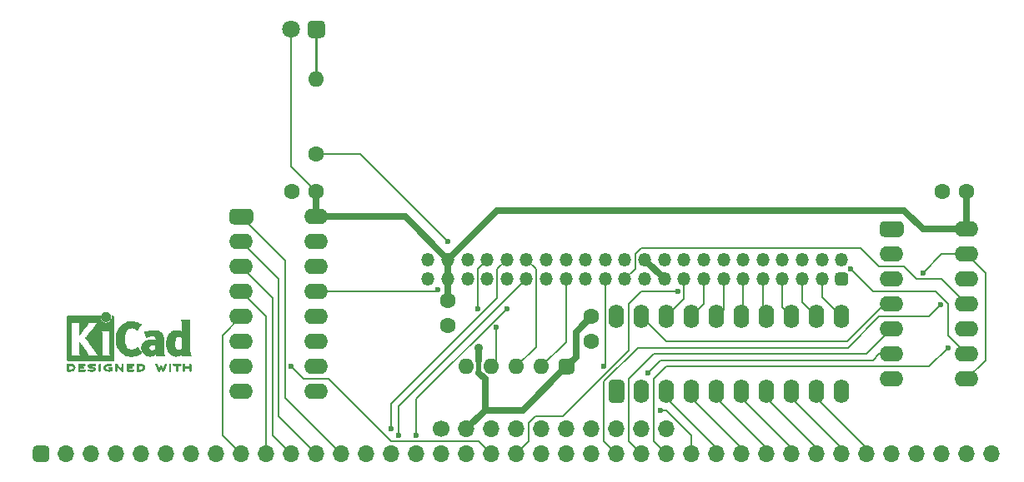
<source format=gbr>
%TF.GenerationSoftware,KiCad,Pcbnew,(5.1.10)-1*%
%TF.CreationDate,2021-07-06T00:11:38-07:00*%
%TF.ProjectId,rc-cfcardh,72632d63-6663-4617-9264-682e6b696361,rev?*%
%TF.SameCoordinates,PX9157080PY9071968*%
%TF.FileFunction,Copper,L1,Top*%
%TF.FilePolarity,Positive*%
%FSLAX46Y46*%
G04 Gerber Fmt 4.6, Leading zero omitted, Abs format (unit mm)*
G04 Created by KiCad (PCBNEW (5.1.10)-1) date 2021-07-06 00:11:38*
%MOMM*%
%LPD*%
G01*
G04 APERTURE LIST*
%TA.AperFunction,EtchedComponent*%
%ADD10C,0.010000*%
%TD*%
%TA.AperFunction,ComponentPad*%
%ADD11O,1.350000X1.350000*%
%TD*%
%TA.AperFunction,ComponentPad*%
%ADD12O,1.700000X1.700000*%
%TD*%
%TA.AperFunction,ComponentPad*%
%ADD13C,1.700000*%
%TD*%
%TA.AperFunction,ComponentPad*%
%ADD14O,1.600000X2.400000*%
%TD*%
%TA.AperFunction,ComponentPad*%
%ADD15C,1.600000*%
%TD*%
%TA.AperFunction,ComponentPad*%
%ADD16O,2.400000X1.600000*%
%TD*%
%TA.AperFunction,ComponentPad*%
%ADD17O,1.600000X1.600000*%
%TD*%
%TA.AperFunction,ComponentPad*%
%ADD18C,1.800000*%
%TD*%
%TA.AperFunction,ViaPad*%
%ADD19C,0.600000*%
%TD*%
%TA.AperFunction,ViaPad*%
%ADD20C,0.900001*%
%TD*%
%TA.AperFunction,Conductor*%
%ADD21C,0.635000*%
%TD*%
%TA.AperFunction,Conductor*%
%ADD22C,0.200000*%
%TD*%
%TA.AperFunction,Conductor*%
%ADD23C,0.508000*%
%TD*%
%TA.AperFunction,Conductor*%
%ADD24C,0.254000*%
%TD*%
G04 APERTURE END LIST*
D10*
%TO.C,REF\u002A\u002A*%
G36*
X7213600Y15541146D02*
G01*
X7224465Y15427207D01*
X7256082Y15319584D01*
X7306985Y15220585D01*
X7375707Y15132516D01*
X7460781Y15057684D01*
X7557768Y14999816D01*
X7664036Y14960195D01*
X7771050Y14941627D01*
X7876700Y14942766D01*
X7978875Y14962270D01*
X8075466Y14998794D01*
X8164362Y15050995D01*
X8243454Y15117527D01*
X8310631Y15197048D01*
X8363783Y15288213D01*
X8400801Y15389677D01*
X8419573Y15500098D01*
X8421511Y15549994D01*
X8421511Y15637933D01*
X8473440Y15637933D01*
X8509747Y15635089D01*
X8536645Y15623289D01*
X8563751Y15599551D01*
X8602133Y15561169D01*
X8602133Y13369598D01*
X8602124Y13107461D01*
X8602092Y12866959D01*
X8602028Y12647152D01*
X8601924Y12447099D01*
X8601773Y12265856D01*
X8601566Y12102484D01*
X8601294Y11956040D01*
X8600950Y11825583D01*
X8600526Y11710171D01*
X8600013Y11608862D01*
X8599403Y11520716D01*
X8598688Y11444790D01*
X8597860Y11380143D01*
X8596911Y11325833D01*
X8595833Y11280920D01*
X8594617Y11244460D01*
X8593255Y11215513D01*
X8591739Y11193137D01*
X8590062Y11176391D01*
X8588214Y11164332D01*
X8586187Y11156020D01*
X8583975Y11150513D01*
X8582892Y11148663D01*
X8578729Y11141651D01*
X8575195Y11135204D01*
X8571365Y11129300D01*
X8566318Y11123914D01*
X8559129Y11119022D01*
X8548877Y11114602D01*
X8534636Y11110628D01*
X8515486Y11107079D01*
X8490501Y11103930D01*
X8458760Y11101158D01*
X8419338Y11098739D01*
X8371314Y11096649D01*
X8313763Y11094865D01*
X8245763Y11093363D01*
X8166390Y11092120D01*
X8074721Y11091111D01*
X7969834Y11090315D01*
X7850804Y11089706D01*
X7716710Y11089261D01*
X7566627Y11088957D01*
X7399633Y11088770D01*
X7214804Y11088676D01*
X7011217Y11088652D01*
X6787950Y11088675D01*
X6544078Y11088720D01*
X6278679Y11088763D01*
X6240296Y11088768D01*
X5973318Y11088811D01*
X5727998Y11088882D01*
X5503417Y11088987D01*
X5298655Y11089134D01*
X5112794Y11089331D01*
X4944912Y11089584D01*
X4794092Y11089900D01*
X4659413Y11090287D01*
X4539956Y11090753D01*
X4434801Y11091303D01*
X4343029Y11091947D01*
X4263721Y11092689D01*
X4195957Y11093539D01*
X4138818Y11094503D01*
X4091383Y11095589D01*
X4052734Y11096803D01*
X4021951Y11098153D01*
X3998115Y11099645D01*
X3980306Y11101289D01*
X3967605Y11103089D01*
X3959092Y11105055D01*
X3954734Y11106723D01*
X3946272Y11110294D01*
X3938503Y11112930D01*
X3931398Y11115566D01*
X3924927Y11119138D01*
X3919061Y11124579D01*
X3913771Y11132825D01*
X3909026Y11144810D01*
X3904798Y11161469D01*
X3901057Y11183737D01*
X3897773Y11212548D01*
X3894917Y11248837D01*
X3892460Y11293539D01*
X3890371Y11347589D01*
X3888622Y11411921D01*
X3887183Y11487470D01*
X3886024Y11575170D01*
X3885117Y11675957D01*
X3884431Y11790766D01*
X3883937Y11920530D01*
X3883605Y12066185D01*
X3883407Y12228665D01*
X3883313Y12408905D01*
X3883292Y12607840D01*
X3883315Y12826404D01*
X3883354Y13065532D01*
X3883378Y13326160D01*
X3883378Y13368311D01*
X3883364Y13631208D01*
X3883339Y13872468D01*
X3883329Y14093035D01*
X3883358Y14293848D01*
X3883452Y14475851D01*
X3883638Y14639984D01*
X3883941Y14787189D01*
X3884386Y14918408D01*
X3884966Y15028333D01*
X4187803Y15028333D01*
X4227593Y14970489D01*
X4238764Y14954721D01*
X4248834Y14940759D01*
X4257862Y14927416D01*
X4265903Y14913507D01*
X4273014Y14897844D01*
X4279253Y14879242D01*
X4284675Y14856514D01*
X4289338Y14828473D01*
X4293299Y14793933D01*
X4296615Y14751708D01*
X4299341Y14700611D01*
X4301536Y14639456D01*
X4303255Y14567056D01*
X4304556Y14482225D01*
X4305495Y14383778D01*
X4306130Y14270526D01*
X4306516Y14141284D01*
X4306712Y13994866D01*
X4306773Y13830084D01*
X4306757Y13645753D01*
X4306720Y13440687D01*
X4306711Y13318067D01*
X4306735Y13101118D01*
X4306769Y12905558D01*
X4306757Y12730201D01*
X4306642Y12573859D01*
X4306370Y12435343D01*
X4305882Y12313466D01*
X4305124Y12207040D01*
X4304038Y12114878D01*
X4302569Y12035791D01*
X4300660Y11968592D01*
X4298256Y11912093D01*
X4295299Y11865107D01*
X4291734Y11826445D01*
X4287505Y11794920D01*
X4282554Y11769345D01*
X4276827Y11748530D01*
X4270267Y11731289D01*
X4262817Y11716435D01*
X4254421Y11702778D01*
X4245024Y11689131D01*
X4234568Y11674307D01*
X4228477Y11665417D01*
X4189704Y11607800D01*
X4721268Y11607800D01*
X4844517Y11607835D01*
X4947013Y11607985D01*
X5030580Y11608322D01*
X5097044Y11608914D01*
X5148229Y11609833D01*
X5185959Y11611149D01*
X5212060Y11612931D01*
X5228356Y11615249D01*
X5236672Y11618174D01*
X5238832Y11621776D01*
X5236661Y11626125D01*
X5235465Y11627555D01*
X5210315Y11664627D01*
X5184417Y11717428D01*
X5160808Y11779430D01*
X5152539Y11805843D01*
X5147922Y11823784D01*
X5144021Y11844845D01*
X5140752Y11871111D01*
X5138034Y11904668D01*
X5135785Y11947601D01*
X5133923Y12001996D01*
X5132364Y12069938D01*
X5131028Y12153512D01*
X5129831Y12254805D01*
X5128692Y12375900D01*
X5128315Y12420600D01*
X5127298Y12545751D01*
X5126540Y12650118D01*
X5126097Y12735493D01*
X5126030Y12803667D01*
X5126395Y12856435D01*
X5127252Y12895586D01*
X5128659Y12922915D01*
X5130675Y12940214D01*
X5133357Y12949274D01*
X5136764Y12951888D01*
X5140956Y12949849D01*
X5145429Y12945533D01*
X5155784Y12932598D01*
X5177842Y12903524D01*
X5210043Y12860441D01*
X5250826Y12805482D01*
X5298630Y12740777D01*
X5351895Y12668458D01*
X5409060Y12590656D01*
X5468563Y12509502D01*
X5528845Y12427128D01*
X5588345Y12345664D01*
X5645502Y12267243D01*
X5698755Y12193996D01*
X5746543Y12128053D01*
X5787307Y12071546D01*
X5819484Y12026607D01*
X5841515Y11995366D01*
X5846083Y11988734D01*
X5869004Y11951831D01*
X5895812Y11903841D01*
X5921211Y11854303D01*
X5924432Y11847623D01*
X5946110Y11799428D01*
X5958696Y11761866D01*
X5964426Y11726040D01*
X5965544Y11684000D01*
X5964910Y11607800D01*
X7119349Y11607800D01*
X7028185Y11701531D01*
X6981388Y11751425D01*
X6931101Y11807905D01*
X6885056Y11862174D01*
X6864631Y11887527D01*
X6834193Y11927072D01*
X6794138Y11980284D01*
X6745639Y12045533D01*
X6689865Y12121189D01*
X6627989Y12205623D01*
X6561181Y12297206D01*
X6490613Y12394308D01*
X6417455Y12495299D01*
X6342879Y12598550D01*
X6268056Y12702432D01*
X6194157Y12805315D01*
X6122354Y12905569D01*
X6053816Y13001564D01*
X5989716Y13091673D01*
X5931225Y13174264D01*
X5879514Y13247708D01*
X5835753Y13310376D01*
X5801115Y13360639D01*
X5776770Y13396866D01*
X5763889Y13417429D01*
X5762131Y13421532D01*
X5770090Y13432858D01*
X5790885Y13460038D01*
X5823153Y13501371D01*
X5865530Y13555156D01*
X5916653Y13619694D01*
X5975159Y13693282D01*
X6039686Y13774222D01*
X6108869Y13860812D01*
X6181347Y13951352D01*
X6255754Y14044140D01*
X6315483Y14118498D01*
X7326489Y14118498D01*
X7332398Y14105541D01*
X7346728Y14083292D01*
X7347775Y14081809D01*
X7366562Y14051656D01*
X7386209Y14014825D01*
X7390108Y14006689D01*
X7393644Y13998260D01*
X7396770Y13988141D01*
X7399514Y13974940D01*
X7401908Y13957262D01*
X7403981Y13933716D01*
X7405765Y13902907D01*
X7407288Y13863443D01*
X7408581Y13813931D01*
X7409674Y13752977D01*
X7410597Y13679189D01*
X7411381Y13591172D01*
X7412055Y13487535D01*
X7412650Y13366884D01*
X7413195Y13227826D01*
X7413721Y13068968D01*
X7414255Y12890111D01*
X7414794Y12704993D01*
X7415228Y12541055D01*
X7415491Y12396897D01*
X7415516Y12271121D01*
X7415235Y12162329D01*
X7414581Y12069123D01*
X7413486Y11990103D01*
X7411882Y11923872D01*
X7409703Y11869030D01*
X7406881Y11824179D01*
X7403349Y11787922D01*
X7399039Y11758859D01*
X7393883Y11735591D01*
X7387815Y11716721D01*
X7380767Y11700849D01*
X7372671Y11686578D01*
X7363460Y11672509D01*
X7354960Y11660042D01*
X7337824Y11633748D01*
X7327678Y11616163D01*
X7326489Y11612943D01*
X7337396Y11611866D01*
X7368589Y11610865D01*
X7417777Y11609965D01*
X7482667Y11609190D01*
X7560970Y11608563D01*
X7650393Y11608109D01*
X7748644Y11607851D01*
X7817555Y11607800D01*
X7922548Y11608020D01*
X8019390Y11608652D01*
X8105893Y11609651D01*
X8179868Y11610973D01*
X8239126Y11612574D01*
X8281480Y11614409D01*
X8304740Y11616435D01*
X8308622Y11617707D01*
X8300924Y11632609D01*
X8292926Y11640640D01*
X8279754Y11657766D01*
X8262515Y11688017D01*
X8250593Y11712578D01*
X8223955Y11771489D01*
X8220880Y12948355D01*
X8217805Y14125222D01*
X7772147Y14125222D01*
X7674330Y14125058D01*
X7583936Y14124589D01*
X7503370Y14123853D01*
X7435038Y14122884D01*
X7381344Y14121720D01*
X7344695Y14120397D01*
X7327496Y14118951D01*
X7326489Y14118498D01*
X6315483Y14118498D01*
X6330730Y14137478D01*
X6404910Y14229663D01*
X6476931Y14318996D01*
X6545431Y14403776D01*
X6609045Y14482302D01*
X6666412Y14552874D01*
X6716167Y14613791D01*
X6756948Y14663353D01*
X6774112Y14684022D01*
X6860404Y14784684D01*
X6937003Y14867941D01*
X7005817Y14935762D01*
X7068752Y14990111D01*
X7078133Y14997478D01*
X7117644Y15028083D01*
X5985884Y15028333D01*
X5991173Y14980356D01*
X5987870Y14923012D01*
X5966339Y14854737D01*
X5926365Y14774988D01*
X5881057Y14702705D01*
X5864839Y14680060D01*
X5836786Y14642504D01*
X5798570Y14592179D01*
X5751863Y14531227D01*
X5698339Y14461789D01*
X5639669Y14386006D01*
X5577525Y14306020D01*
X5513579Y14223972D01*
X5449505Y14142004D01*
X5386973Y14062257D01*
X5327657Y13986873D01*
X5273229Y13917993D01*
X5225361Y13857758D01*
X5185725Y13808311D01*
X5155994Y13771792D01*
X5137839Y13750342D01*
X5134780Y13747044D01*
X5131921Y13755051D01*
X5129707Y13785345D01*
X5128143Y13837644D01*
X5127233Y13911669D01*
X5126980Y14007137D01*
X5127387Y14123766D01*
X5128296Y14243755D01*
X5129618Y14375867D01*
X5131143Y14487606D01*
X5133119Y14581175D01*
X5135794Y14658781D01*
X5139418Y14722626D01*
X5144239Y14774917D01*
X5150506Y14817856D01*
X5158468Y14853649D01*
X5168373Y14884500D01*
X5180469Y14912614D01*
X5195007Y14940195D01*
X5209689Y14965234D01*
X5247686Y15028333D01*
X4187803Y15028333D01*
X3884966Y15028333D01*
X3884999Y15034583D01*
X3885805Y15136656D01*
X3886830Y15225567D01*
X3888100Y15302259D01*
X3889640Y15367673D01*
X3891476Y15422751D01*
X3893633Y15468435D01*
X3896137Y15505666D01*
X3899013Y15535387D01*
X3902287Y15558538D01*
X3905985Y15576061D01*
X3910131Y15588899D01*
X3914753Y15597992D01*
X3919874Y15604282D01*
X3925522Y15608712D01*
X3931721Y15612222D01*
X3938496Y15615755D01*
X3944492Y15619324D01*
X3949725Y15621900D01*
X3957901Y15624228D01*
X3970114Y15626322D01*
X3987459Y15628193D01*
X4011031Y15629853D01*
X4041923Y15631316D01*
X4081232Y15632592D01*
X4130050Y15633696D01*
X4189473Y15634639D01*
X4260596Y15635433D01*
X4344512Y15636091D01*
X4442317Y15636625D01*
X4555106Y15637047D01*
X4683971Y15637371D01*
X4830009Y15637608D01*
X4994314Y15637770D01*
X5177980Y15637870D01*
X5382103Y15637920D01*
X5593247Y15637933D01*
X7213600Y15637933D01*
X7213600Y15541146D01*
G37*
X7213600Y15541146D02*
X7224465Y15427207D01*
X7256082Y15319584D01*
X7306985Y15220585D01*
X7375707Y15132516D01*
X7460781Y15057684D01*
X7557768Y14999816D01*
X7664036Y14960195D01*
X7771050Y14941627D01*
X7876700Y14942766D01*
X7978875Y14962270D01*
X8075466Y14998794D01*
X8164362Y15050995D01*
X8243454Y15117527D01*
X8310631Y15197048D01*
X8363783Y15288213D01*
X8400801Y15389677D01*
X8419573Y15500098D01*
X8421511Y15549994D01*
X8421511Y15637933D01*
X8473440Y15637933D01*
X8509747Y15635089D01*
X8536645Y15623289D01*
X8563751Y15599551D01*
X8602133Y15561169D01*
X8602133Y13369598D01*
X8602124Y13107461D01*
X8602092Y12866959D01*
X8602028Y12647152D01*
X8601924Y12447099D01*
X8601773Y12265856D01*
X8601566Y12102484D01*
X8601294Y11956040D01*
X8600950Y11825583D01*
X8600526Y11710171D01*
X8600013Y11608862D01*
X8599403Y11520716D01*
X8598688Y11444790D01*
X8597860Y11380143D01*
X8596911Y11325833D01*
X8595833Y11280920D01*
X8594617Y11244460D01*
X8593255Y11215513D01*
X8591739Y11193137D01*
X8590062Y11176391D01*
X8588214Y11164332D01*
X8586187Y11156020D01*
X8583975Y11150513D01*
X8582892Y11148663D01*
X8578729Y11141651D01*
X8575195Y11135204D01*
X8571365Y11129300D01*
X8566318Y11123914D01*
X8559129Y11119022D01*
X8548877Y11114602D01*
X8534636Y11110628D01*
X8515486Y11107079D01*
X8490501Y11103930D01*
X8458760Y11101158D01*
X8419338Y11098739D01*
X8371314Y11096649D01*
X8313763Y11094865D01*
X8245763Y11093363D01*
X8166390Y11092120D01*
X8074721Y11091111D01*
X7969834Y11090315D01*
X7850804Y11089706D01*
X7716710Y11089261D01*
X7566627Y11088957D01*
X7399633Y11088770D01*
X7214804Y11088676D01*
X7011217Y11088652D01*
X6787950Y11088675D01*
X6544078Y11088720D01*
X6278679Y11088763D01*
X6240296Y11088768D01*
X5973318Y11088811D01*
X5727998Y11088882D01*
X5503417Y11088987D01*
X5298655Y11089134D01*
X5112794Y11089331D01*
X4944912Y11089584D01*
X4794092Y11089900D01*
X4659413Y11090287D01*
X4539956Y11090753D01*
X4434801Y11091303D01*
X4343029Y11091947D01*
X4263721Y11092689D01*
X4195957Y11093539D01*
X4138818Y11094503D01*
X4091383Y11095589D01*
X4052734Y11096803D01*
X4021951Y11098153D01*
X3998115Y11099645D01*
X3980306Y11101289D01*
X3967605Y11103089D01*
X3959092Y11105055D01*
X3954734Y11106723D01*
X3946272Y11110294D01*
X3938503Y11112930D01*
X3931398Y11115566D01*
X3924927Y11119138D01*
X3919061Y11124579D01*
X3913771Y11132825D01*
X3909026Y11144810D01*
X3904798Y11161469D01*
X3901057Y11183737D01*
X3897773Y11212548D01*
X3894917Y11248837D01*
X3892460Y11293539D01*
X3890371Y11347589D01*
X3888622Y11411921D01*
X3887183Y11487470D01*
X3886024Y11575170D01*
X3885117Y11675957D01*
X3884431Y11790766D01*
X3883937Y11920530D01*
X3883605Y12066185D01*
X3883407Y12228665D01*
X3883313Y12408905D01*
X3883292Y12607840D01*
X3883315Y12826404D01*
X3883354Y13065532D01*
X3883378Y13326160D01*
X3883378Y13368311D01*
X3883364Y13631208D01*
X3883339Y13872468D01*
X3883329Y14093035D01*
X3883358Y14293848D01*
X3883452Y14475851D01*
X3883638Y14639984D01*
X3883941Y14787189D01*
X3884386Y14918408D01*
X3884966Y15028333D01*
X4187803Y15028333D01*
X4227593Y14970489D01*
X4238764Y14954721D01*
X4248834Y14940759D01*
X4257862Y14927416D01*
X4265903Y14913507D01*
X4273014Y14897844D01*
X4279253Y14879242D01*
X4284675Y14856514D01*
X4289338Y14828473D01*
X4293299Y14793933D01*
X4296615Y14751708D01*
X4299341Y14700611D01*
X4301536Y14639456D01*
X4303255Y14567056D01*
X4304556Y14482225D01*
X4305495Y14383778D01*
X4306130Y14270526D01*
X4306516Y14141284D01*
X4306712Y13994866D01*
X4306773Y13830084D01*
X4306757Y13645753D01*
X4306720Y13440687D01*
X4306711Y13318067D01*
X4306735Y13101118D01*
X4306769Y12905558D01*
X4306757Y12730201D01*
X4306642Y12573859D01*
X4306370Y12435343D01*
X4305882Y12313466D01*
X4305124Y12207040D01*
X4304038Y12114878D01*
X4302569Y12035791D01*
X4300660Y11968592D01*
X4298256Y11912093D01*
X4295299Y11865107D01*
X4291734Y11826445D01*
X4287505Y11794920D01*
X4282554Y11769345D01*
X4276827Y11748530D01*
X4270267Y11731289D01*
X4262817Y11716435D01*
X4254421Y11702778D01*
X4245024Y11689131D01*
X4234568Y11674307D01*
X4228477Y11665417D01*
X4189704Y11607800D01*
X4721268Y11607800D01*
X4844517Y11607835D01*
X4947013Y11607985D01*
X5030580Y11608322D01*
X5097044Y11608914D01*
X5148229Y11609833D01*
X5185959Y11611149D01*
X5212060Y11612931D01*
X5228356Y11615249D01*
X5236672Y11618174D01*
X5238832Y11621776D01*
X5236661Y11626125D01*
X5235465Y11627555D01*
X5210315Y11664627D01*
X5184417Y11717428D01*
X5160808Y11779430D01*
X5152539Y11805843D01*
X5147922Y11823784D01*
X5144021Y11844845D01*
X5140752Y11871111D01*
X5138034Y11904668D01*
X5135785Y11947601D01*
X5133923Y12001996D01*
X5132364Y12069938D01*
X5131028Y12153512D01*
X5129831Y12254805D01*
X5128692Y12375900D01*
X5128315Y12420600D01*
X5127298Y12545751D01*
X5126540Y12650118D01*
X5126097Y12735493D01*
X5126030Y12803667D01*
X5126395Y12856435D01*
X5127252Y12895586D01*
X5128659Y12922915D01*
X5130675Y12940214D01*
X5133357Y12949274D01*
X5136764Y12951888D01*
X5140956Y12949849D01*
X5145429Y12945533D01*
X5155784Y12932598D01*
X5177842Y12903524D01*
X5210043Y12860441D01*
X5250826Y12805482D01*
X5298630Y12740777D01*
X5351895Y12668458D01*
X5409060Y12590656D01*
X5468563Y12509502D01*
X5528845Y12427128D01*
X5588345Y12345664D01*
X5645502Y12267243D01*
X5698755Y12193996D01*
X5746543Y12128053D01*
X5787307Y12071546D01*
X5819484Y12026607D01*
X5841515Y11995366D01*
X5846083Y11988734D01*
X5869004Y11951831D01*
X5895812Y11903841D01*
X5921211Y11854303D01*
X5924432Y11847623D01*
X5946110Y11799428D01*
X5958696Y11761866D01*
X5964426Y11726040D01*
X5965544Y11684000D01*
X5964910Y11607800D01*
X7119349Y11607800D01*
X7028185Y11701531D01*
X6981388Y11751425D01*
X6931101Y11807905D01*
X6885056Y11862174D01*
X6864631Y11887527D01*
X6834193Y11927072D01*
X6794138Y11980284D01*
X6745639Y12045533D01*
X6689865Y12121189D01*
X6627989Y12205623D01*
X6561181Y12297206D01*
X6490613Y12394308D01*
X6417455Y12495299D01*
X6342879Y12598550D01*
X6268056Y12702432D01*
X6194157Y12805315D01*
X6122354Y12905569D01*
X6053816Y13001564D01*
X5989716Y13091673D01*
X5931225Y13174264D01*
X5879514Y13247708D01*
X5835753Y13310376D01*
X5801115Y13360639D01*
X5776770Y13396866D01*
X5763889Y13417429D01*
X5762131Y13421532D01*
X5770090Y13432858D01*
X5790885Y13460038D01*
X5823153Y13501371D01*
X5865530Y13555156D01*
X5916653Y13619694D01*
X5975159Y13693282D01*
X6039686Y13774222D01*
X6108869Y13860812D01*
X6181347Y13951352D01*
X6255754Y14044140D01*
X6315483Y14118498D01*
X7326489Y14118498D01*
X7332398Y14105541D01*
X7346728Y14083292D01*
X7347775Y14081809D01*
X7366562Y14051656D01*
X7386209Y14014825D01*
X7390108Y14006689D01*
X7393644Y13998260D01*
X7396770Y13988141D01*
X7399514Y13974940D01*
X7401908Y13957262D01*
X7403981Y13933716D01*
X7405765Y13902907D01*
X7407288Y13863443D01*
X7408581Y13813931D01*
X7409674Y13752977D01*
X7410597Y13679189D01*
X7411381Y13591172D01*
X7412055Y13487535D01*
X7412650Y13366884D01*
X7413195Y13227826D01*
X7413721Y13068968D01*
X7414255Y12890111D01*
X7414794Y12704993D01*
X7415228Y12541055D01*
X7415491Y12396897D01*
X7415516Y12271121D01*
X7415235Y12162329D01*
X7414581Y12069123D01*
X7413486Y11990103D01*
X7411882Y11923872D01*
X7409703Y11869030D01*
X7406881Y11824179D01*
X7403349Y11787922D01*
X7399039Y11758859D01*
X7393883Y11735591D01*
X7387815Y11716721D01*
X7380767Y11700849D01*
X7372671Y11686578D01*
X7363460Y11672509D01*
X7354960Y11660042D01*
X7337824Y11633748D01*
X7327678Y11616163D01*
X7326489Y11612943D01*
X7337396Y11611866D01*
X7368589Y11610865D01*
X7417777Y11609965D01*
X7482667Y11609190D01*
X7560970Y11608563D01*
X7650393Y11608109D01*
X7748644Y11607851D01*
X7817555Y11607800D01*
X7922548Y11608020D01*
X8019390Y11608652D01*
X8105893Y11609651D01*
X8179868Y11610973D01*
X8239126Y11612574D01*
X8281480Y11614409D01*
X8304740Y11616435D01*
X8308622Y11617707D01*
X8300924Y11632609D01*
X8292926Y11640640D01*
X8279754Y11657766D01*
X8262515Y11688017D01*
X8250593Y11712578D01*
X8223955Y11771489D01*
X8220880Y12948355D01*
X8217805Y14125222D01*
X7772147Y14125222D01*
X7674330Y14125058D01*
X7583936Y14124589D01*
X7503370Y14123853D01*
X7435038Y14122884D01*
X7381344Y14121720D01*
X7344695Y14120397D01*
X7327496Y14118951D01*
X7326489Y14118498D01*
X6315483Y14118498D01*
X6330730Y14137478D01*
X6404910Y14229663D01*
X6476931Y14318996D01*
X6545431Y14403776D01*
X6609045Y14482302D01*
X6666412Y14552874D01*
X6716167Y14613791D01*
X6756948Y14663353D01*
X6774112Y14684022D01*
X6860404Y14784684D01*
X6937003Y14867941D01*
X7005817Y14935762D01*
X7068752Y14990111D01*
X7078133Y14997478D01*
X7117644Y15028083D01*
X5985884Y15028333D01*
X5991173Y14980356D01*
X5987870Y14923012D01*
X5966339Y14854737D01*
X5926365Y14774988D01*
X5881057Y14702705D01*
X5864839Y14680060D01*
X5836786Y14642504D01*
X5798570Y14592179D01*
X5751863Y14531227D01*
X5698339Y14461789D01*
X5639669Y14386006D01*
X5577525Y14306020D01*
X5513579Y14223972D01*
X5449505Y14142004D01*
X5386973Y14062257D01*
X5327657Y13986873D01*
X5273229Y13917993D01*
X5225361Y13857758D01*
X5185725Y13808311D01*
X5155994Y13771792D01*
X5137839Y13750342D01*
X5134780Y13747044D01*
X5131921Y13755051D01*
X5129707Y13785345D01*
X5128143Y13837644D01*
X5127233Y13911669D01*
X5126980Y14007137D01*
X5127387Y14123766D01*
X5128296Y14243755D01*
X5129618Y14375867D01*
X5131143Y14487606D01*
X5133119Y14581175D01*
X5135794Y14658781D01*
X5139418Y14722626D01*
X5144239Y14774917D01*
X5150506Y14817856D01*
X5158468Y14853649D01*
X5168373Y14884500D01*
X5180469Y14912614D01*
X5195007Y14940195D01*
X5209689Y14965234D01*
X5247686Y15028333D01*
X4187803Y15028333D01*
X3884966Y15028333D01*
X3884999Y15034583D01*
X3885805Y15136656D01*
X3886830Y15225567D01*
X3888100Y15302259D01*
X3889640Y15367673D01*
X3891476Y15422751D01*
X3893633Y15468435D01*
X3896137Y15505666D01*
X3899013Y15535387D01*
X3902287Y15558538D01*
X3905985Y15576061D01*
X3910131Y15588899D01*
X3914753Y15597992D01*
X3919874Y15604282D01*
X3925522Y15608712D01*
X3931721Y15612222D01*
X3938496Y15615755D01*
X3944492Y15619324D01*
X3949725Y15621900D01*
X3957901Y15624228D01*
X3970114Y15626322D01*
X3987459Y15628193D01*
X4011031Y15629853D01*
X4041923Y15631316D01*
X4081232Y15632592D01*
X4130050Y15633696D01*
X4189473Y15634639D01*
X4260596Y15635433D01*
X4344512Y15636091D01*
X4442317Y15636625D01*
X4555106Y15637047D01*
X4683971Y15637371D01*
X4830009Y15637608D01*
X4994314Y15637770D01*
X5177980Y15637870D01*
X5382103Y15637920D01*
X5593247Y15637933D01*
X7213600Y15637933D01*
X7213600Y15541146D01*
G36*
X10488429Y15081129D02*
G01*
X10648570Y15059955D01*
X10812510Y15019815D01*
X10982313Y14960311D01*
X11160043Y14881046D01*
X11171310Y14875501D01*
X11229005Y14847475D01*
X11280552Y14823398D01*
X11322191Y14804951D01*
X11350162Y14793814D01*
X11359733Y14791267D01*
X11378950Y14786259D01*
X11383561Y14782053D01*
X11378458Y14771620D01*
X11362418Y14745332D01*
X11337288Y14705943D01*
X11304914Y14656209D01*
X11267143Y14598885D01*
X11225822Y14536724D01*
X11182798Y14472482D01*
X11139917Y14408915D01*
X11099026Y14348775D01*
X11061971Y14294820D01*
X11030600Y14249803D01*
X11006759Y14216479D01*
X10992294Y14197603D01*
X10990309Y14195413D01*
X10980191Y14200062D01*
X10957850Y14217238D01*
X10927280Y14243760D01*
X10911536Y14258236D01*
X10815047Y14333518D01*
X10708336Y14388959D01*
X10592832Y14424059D01*
X10469962Y14438320D01*
X10400561Y14437149D01*
X10279423Y14419988D01*
X10170205Y14384106D01*
X10072582Y14329241D01*
X9986228Y14255130D01*
X9910815Y14161512D01*
X9846018Y14048124D01*
X9808601Y13961533D01*
X9764748Y13825834D01*
X9732428Y13678350D01*
X9711557Y13522886D01*
X9702051Y13363244D01*
X9703827Y13203227D01*
X9716803Y13046639D01*
X9740894Y12897282D01*
X9776018Y12758960D01*
X9822092Y12635476D01*
X9838373Y12601222D01*
X9906620Y12487136D01*
X9987079Y12390643D01*
X10078570Y12312530D01*
X10179911Y12253583D01*
X10289920Y12214588D01*
X10407415Y12196332D01*
X10448883Y12194989D01*
X10570441Y12205910D01*
X10690878Y12238726D01*
X10808666Y12292761D01*
X10922277Y12367335D01*
X11013685Y12445661D01*
X11060215Y12490192D01*
X11241483Y12192929D01*
X11286580Y12118767D01*
X11327819Y12050554D01*
X11363735Y11990741D01*
X11392866Y11941780D01*
X11413750Y11906121D01*
X11424924Y11886216D01*
X11426375Y11883121D01*
X11418146Y11873482D01*
X11392567Y11856201D01*
X11352873Y11832917D01*
X11302297Y11805266D01*
X11244074Y11774885D01*
X11181437Y11743410D01*
X11117621Y11712478D01*
X11055860Y11683727D01*
X10999388Y11658792D01*
X10951438Y11639311D01*
X10927986Y11630882D01*
X10794221Y11593067D01*
X10656327Y11568064D01*
X10508622Y11555060D01*
X10381833Y11552732D01*
X10313878Y11553827D01*
X10248277Y11555925D01*
X10190847Y11558766D01*
X10147403Y11562094D01*
X10133298Y11563778D01*
X9994284Y11592613D01*
X9852757Y11637732D01*
X9715275Y11696450D01*
X9588394Y11766080D01*
X9510889Y11818759D01*
X9383481Y11926961D01*
X9265178Y12053529D01*
X9158172Y12195334D01*
X9064652Y12349249D01*
X8986810Y12512147D01*
X8942956Y12629444D01*
X8892708Y12813072D01*
X8859209Y13007619D01*
X8842449Y13208875D01*
X8842416Y13412632D01*
X8859101Y13614679D01*
X8892493Y13810808D01*
X8942580Y13996809D01*
X8946397Y14008397D01*
X9009281Y14170450D01*
X9086028Y14318368D01*
X9179242Y14456335D01*
X9291527Y14588539D01*
X9335392Y14633801D01*
X9471534Y14757743D01*
X9611491Y14860285D01*
X9757411Y14942544D01*
X9911442Y15005636D01*
X10075732Y15050677D01*
X10171289Y15068167D01*
X10330023Y15083734D01*
X10488429Y15081129D01*
G37*
X10488429Y15081129D02*
X10648570Y15059955D01*
X10812510Y15019815D01*
X10982313Y14960311D01*
X11160043Y14881046D01*
X11171310Y14875501D01*
X11229005Y14847475D01*
X11280552Y14823398D01*
X11322191Y14804951D01*
X11350162Y14793814D01*
X11359733Y14791267D01*
X11378950Y14786259D01*
X11383561Y14782053D01*
X11378458Y14771620D01*
X11362418Y14745332D01*
X11337288Y14705943D01*
X11304914Y14656209D01*
X11267143Y14598885D01*
X11225822Y14536724D01*
X11182798Y14472482D01*
X11139917Y14408915D01*
X11099026Y14348775D01*
X11061971Y14294820D01*
X11030600Y14249803D01*
X11006759Y14216479D01*
X10992294Y14197603D01*
X10990309Y14195413D01*
X10980191Y14200062D01*
X10957850Y14217238D01*
X10927280Y14243760D01*
X10911536Y14258236D01*
X10815047Y14333518D01*
X10708336Y14388959D01*
X10592832Y14424059D01*
X10469962Y14438320D01*
X10400561Y14437149D01*
X10279423Y14419988D01*
X10170205Y14384106D01*
X10072582Y14329241D01*
X9986228Y14255130D01*
X9910815Y14161512D01*
X9846018Y14048124D01*
X9808601Y13961533D01*
X9764748Y13825834D01*
X9732428Y13678350D01*
X9711557Y13522886D01*
X9702051Y13363244D01*
X9703827Y13203227D01*
X9716803Y13046639D01*
X9740894Y12897282D01*
X9776018Y12758960D01*
X9822092Y12635476D01*
X9838373Y12601222D01*
X9906620Y12487136D01*
X9987079Y12390643D01*
X10078570Y12312530D01*
X10179911Y12253583D01*
X10289920Y12214588D01*
X10407415Y12196332D01*
X10448883Y12194989D01*
X10570441Y12205910D01*
X10690878Y12238726D01*
X10808666Y12292761D01*
X10922277Y12367335D01*
X11013685Y12445661D01*
X11060215Y12490192D01*
X11241483Y12192929D01*
X11286580Y12118767D01*
X11327819Y12050554D01*
X11363735Y11990741D01*
X11392866Y11941780D01*
X11413750Y11906121D01*
X11424924Y11886216D01*
X11426375Y11883121D01*
X11418146Y11873482D01*
X11392567Y11856201D01*
X11352873Y11832917D01*
X11302297Y11805266D01*
X11244074Y11774885D01*
X11181437Y11743410D01*
X11117621Y11712478D01*
X11055860Y11683727D01*
X10999388Y11658792D01*
X10951438Y11639311D01*
X10927986Y11630882D01*
X10794221Y11593067D01*
X10656327Y11568064D01*
X10508622Y11555060D01*
X10381833Y11552732D01*
X10313878Y11553827D01*
X10248277Y11555925D01*
X10190847Y11558766D01*
X10147403Y11562094D01*
X10133298Y11563778D01*
X9994284Y11592613D01*
X9852757Y11637732D01*
X9715275Y11696450D01*
X9588394Y11766080D01*
X9510889Y11818759D01*
X9383481Y11926961D01*
X9265178Y12053529D01*
X9158172Y12195334D01*
X9064652Y12349249D01*
X8986810Y12512147D01*
X8942956Y12629444D01*
X8892708Y12813072D01*
X8859209Y13007619D01*
X8842449Y13208875D01*
X8842416Y13412632D01*
X8859101Y13614679D01*
X8892493Y13810808D01*
X8942580Y13996809D01*
X8946397Y14008397D01*
X9009281Y14170450D01*
X9086028Y14318368D01*
X9179242Y14456335D01*
X9291527Y14588539D01*
X9335392Y14633801D01*
X9471534Y14757743D01*
X9611491Y14860285D01*
X9757411Y14942544D01*
X9911442Y15005636D01*
X10075732Y15050677D01*
X10171289Y15068167D01*
X10330023Y15083734D01*
X10488429Y15081129D01*
G36*
X12833574Y14163648D02*
G01*
X12985492Y14143633D01*
X13120756Y14109998D01*
X13240239Y14062475D01*
X13344815Y14000795D01*
X13422424Y13937235D01*
X13491265Y13863101D01*
X13545006Y13783329D01*
X13587910Y13691109D01*
X13603384Y13648039D01*
X13616244Y13609058D01*
X13627446Y13572911D01*
X13637120Y13537766D01*
X13645396Y13501790D01*
X13652403Y13463150D01*
X13658272Y13420015D01*
X13663131Y13370551D01*
X13667110Y13312927D01*
X13670340Y13245309D01*
X13672949Y13165866D01*
X13675067Y13072764D01*
X13676824Y12964173D01*
X13678349Y12838258D01*
X13679772Y12693188D01*
X13681025Y12550422D01*
X13682351Y12394232D01*
X13683556Y12258961D01*
X13684766Y12142954D01*
X13686106Y12044555D01*
X13687700Y11962107D01*
X13689675Y11893954D01*
X13692156Y11838440D01*
X13695269Y11793908D01*
X13699138Y11758702D01*
X13703889Y11731166D01*
X13709648Y11709644D01*
X13716539Y11692478D01*
X13724689Y11678014D01*
X13734223Y11664594D01*
X13745266Y11650562D01*
X13749566Y11645129D01*
X13765386Y11622290D01*
X13772422Y11606737D01*
X13772444Y11606278D01*
X13761567Y11604079D01*
X13730582Y11602053D01*
X13681957Y11600258D01*
X13618163Y11598749D01*
X13541669Y11597584D01*
X13454944Y11596820D01*
X13360457Y11596514D01*
X13349550Y11596511D01*
X12926657Y11596511D01*
X12923395Y11692578D01*
X12920133Y11788644D01*
X12858044Y11737657D01*
X12760714Y11670143D01*
X12650813Y11615451D01*
X12564349Y11585222D01*
X12495278Y11570534D01*
X12411925Y11560541D01*
X12322159Y11555554D01*
X12233845Y11555887D01*
X12154851Y11561849D01*
X12118622Y11567562D01*
X11978603Y11605424D01*
X11852178Y11660268D01*
X11740260Y11731276D01*
X11643762Y11817632D01*
X11563600Y11918521D01*
X11500687Y12033124D01*
X11456312Y12159216D01*
X11443978Y12215799D01*
X11436368Y12277998D01*
X11432739Y12352837D01*
X11432245Y12386733D01*
X11432310Y12389918D01*
X12192248Y12389918D01*
X12201541Y12314867D01*
X12229728Y12251040D01*
X12278197Y12195402D01*
X12283254Y12190989D01*
X12331548Y12156163D01*
X12383257Y12133580D01*
X12443989Y12121660D01*
X12519352Y12118817D01*
X12537459Y12119222D01*
X12591278Y12121875D01*
X12631308Y12127291D01*
X12666324Y12137455D01*
X12705103Y12154350D01*
X12715745Y12159528D01*
X12776396Y12195356D01*
X12823215Y12237988D01*
X12835952Y12253227D01*
X12880622Y12309738D01*
X12880622Y12505614D01*
X12880086Y12584261D01*
X12878396Y12642212D01*
X12875428Y12681325D01*
X12871057Y12703459D01*
X12866972Y12709926D01*
X12851047Y12713089D01*
X12817264Y12715712D01*
X12770340Y12717545D01*
X12714993Y12718343D01*
X12706106Y12718358D01*
X12585330Y12713104D01*
X12482660Y12696937D01*
X12396106Y12669239D01*
X12323681Y12629392D01*
X12268751Y12582442D01*
X12224204Y12524555D01*
X12199480Y12461507D01*
X12192248Y12389918D01*
X11432310Y12389918D01*
X11434178Y12480488D01*
X11442522Y12559388D01*
X11458768Y12630610D01*
X11484405Y12701336D01*
X11508401Y12753707D01*
X11567020Y12849004D01*
X11645117Y12937030D01*
X11740315Y13016183D01*
X11850238Y13084860D01*
X11972510Y13141459D01*
X12104755Y13184379D01*
X12169422Y13199318D01*
X12305604Y13221423D01*
X12454049Y13236006D01*
X12605505Y13242387D01*
X12732064Y13240755D01*
X12893950Y13233976D01*
X12886530Y13292955D01*
X12867238Y13392108D01*
X12836104Y13472828D01*
X12792269Y13535734D01*
X12734871Y13581444D01*
X12663048Y13610578D01*
X12575941Y13623753D01*
X12472686Y13621589D01*
X12434711Y13617588D01*
X12293520Y13592420D01*
X12156707Y13551386D01*
X12062178Y13513385D01*
X12017018Y13494010D01*
X11978585Y13478440D01*
X11952234Y13468795D01*
X11944546Y13466748D01*
X11934802Y13475826D01*
X11918083Y13504795D01*
X11894232Y13553983D01*
X11863093Y13623716D01*
X11824507Y13714321D01*
X11817910Y13730111D01*
X11787853Y13802428D01*
X11760874Y13867775D01*
X11738136Y13923294D01*
X11720806Y13966128D01*
X11710048Y13993419D01*
X11706941Y14002258D01*
X11716940Y14007013D01*
X11743217Y14012290D01*
X11771489Y14015969D01*
X11801646Y14020726D01*
X11849433Y14030172D01*
X11910612Y14043380D01*
X11980946Y14059424D01*
X12056194Y14077380D01*
X12084755Y14084403D01*
X12189816Y14109991D01*
X12277480Y14130053D01*
X12352068Y14145231D01*
X12417903Y14156165D01*
X12479307Y14163496D01*
X12540602Y14167865D01*
X12606110Y14169913D01*
X12664128Y14170311D01*
X12833574Y14163648D01*
G37*
X12833574Y14163648D02*
X12985492Y14143633D01*
X13120756Y14109998D01*
X13240239Y14062475D01*
X13344815Y14000795D01*
X13422424Y13937235D01*
X13491265Y13863101D01*
X13545006Y13783329D01*
X13587910Y13691109D01*
X13603384Y13648039D01*
X13616244Y13609058D01*
X13627446Y13572911D01*
X13637120Y13537766D01*
X13645396Y13501790D01*
X13652403Y13463150D01*
X13658272Y13420015D01*
X13663131Y13370551D01*
X13667110Y13312927D01*
X13670340Y13245309D01*
X13672949Y13165866D01*
X13675067Y13072764D01*
X13676824Y12964173D01*
X13678349Y12838258D01*
X13679772Y12693188D01*
X13681025Y12550422D01*
X13682351Y12394232D01*
X13683556Y12258961D01*
X13684766Y12142954D01*
X13686106Y12044555D01*
X13687700Y11962107D01*
X13689675Y11893954D01*
X13692156Y11838440D01*
X13695269Y11793908D01*
X13699138Y11758702D01*
X13703889Y11731166D01*
X13709648Y11709644D01*
X13716539Y11692478D01*
X13724689Y11678014D01*
X13734223Y11664594D01*
X13745266Y11650562D01*
X13749566Y11645129D01*
X13765386Y11622290D01*
X13772422Y11606737D01*
X13772444Y11606278D01*
X13761567Y11604079D01*
X13730582Y11602053D01*
X13681957Y11600258D01*
X13618163Y11598749D01*
X13541669Y11597584D01*
X13454944Y11596820D01*
X13360457Y11596514D01*
X13349550Y11596511D01*
X12926657Y11596511D01*
X12923395Y11692578D01*
X12920133Y11788644D01*
X12858044Y11737657D01*
X12760714Y11670143D01*
X12650813Y11615451D01*
X12564349Y11585222D01*
X12495278Y11570534D01*
X12411925Y11560541D01*
X12322159Y11555554D01*
X12233845Y11555887D01*
X12154851Y11561849D01*
X12118622Y11567562D01*
X11978603Y11605424D01*
X11852178Y11660268D01*
X11740260Y11731276D01*
X11643762Y11817632D01*
X11563600Y11918521D01*
X11500687Y12033124D01*
X11456312Y12159216D01*
X11443978Y12215799D01*
X11436368Y12277998D01*
X11432739Y12352837D01*
X11432245Y12386733D01*
X11432310Y12389918D01*
X12192248Y12389918D01*
X12201541Y12314867D01*
X12229728Y12251040D01*
X12278197Y12195402D01*
X12283254Y12190989D01*
X12331548Y12156163D01*
X12383257Y12133580D01*
X12443989Y12121660D01*
X12519352Y12118817D01*
X12537459Y12119222D01*
X12591278Y12121875D01*
X12631308Y12127291D01*
X12666324Y12137455D01*
X12705103Y12154350D01*
X12715745Y12159528D01*
X12776396Y12195356D01*
X12823215Y12237988D01*
X12835952Y12253227D01*
X12880622Y12309738D01*
X12880622Y12505614D01*
X12880086Y12584261D01*
X12878396Y12642212D01*
X12875428Y12681325D01*
X12871057Y12703459D01*
X12866972Y12709926D01*
X12851047Y12713089D01*
X12817264Y12715712D01*
X12770340Y12717545D01*
X12714993Y12718343D01*
X12706106Y12718358D01*
X12585330Y12713104D01*
X12482660Y12696937D01*
X12396106Y12669239D01*
X12323681Y12629392D01*
X12268751Y12582442D01*
X12224204Y12524555D01*
X12199480Y12461507D01*
X12192248Y12389918D01*
X11432310Y12389918D01*
X11434178Y12480488D01*
X11442522Y12559388D01*
X11458768Y12630610D01*
X11484405Y12701336D01*
X11508401Y12753707D01*
X11567020Y12849004D01*
X11645117Y12937030D01*
X11740315Y13016183D01*
X11850238Y13084860D01*
X11972510Y13141459D01*
X12104755Y13184379D01*
X12169422Y13199318D01*
X12305604Y13221423D01*
X12454049Y13236006D01*
X12605505Y13242387D01*
X12732064Y13240755D01*
X12893950Y13233976D01*
X12886530Y13292955D01*
X12867238Y13392108D01*
X12836104Y13472828D01*
X12792269Y13535734D01*
X12734871Y13581444D01*
X12663048Y13610578D01*
X12575941Y13623753D01*
X12472686Y13621589D01*
X12434711Y13617588D01*
X12293520Y13592420D01*
X12156707Y13551386D01*
X12062178Y13513385D01*
X12017018Y13494010D01*
X11978585Y13478440D01*
X11952234Y13468795D01*
X11944546Y13466748D01*
X11934802Y13475826D01*
X11918083Y13504795D01*
X11894232Y13553983D01*
X11863093Y13623716D01*
X11824507Y13714321D01*
X11817910Y13730111D01*
X11787853Y13802428D01*
X11760874Y13867775D01*
X11738136Y13923294D01*
X11720806Y13966128D01*
X11710048Y13993419D01*
X11706941Y14002258D01*
X11716940Y14007013D01*
X11743217Y14012290D01*
X11771489Y14015969D01*
X11801646Y14020726D01*
X11849433Y14030172D01*
X11910612Y14043380D01*
X11980946Y14059424D01*
X12056194Y14077380D01*
X12084755Y14084403D01*
X12189816Y14109991D01*
X12277480Y14130053D01*
X12352068Y14145231D01*
X12417903Y14156165D01*
X12479307Y14163496D01*
X12540602Y14167865D01*
X12606110Y14169913D01*
X12664128Y14170311D01*
X12833574Y14163648D01*
G36*
X16346507Y13557955D02*
G01*
X16346526Y13323538D01*
X16346552Y13110597D01*
X16346625Y12918032D01*
X16346782Y12744741D01*
X16347064Y12589624D01*
X16347509Y12451580D01*
X16348156Y12329508D01*
X16349045Y12222306D01*
X16350213Y12128874D01*
X16351701Y12048110D01*
X16353546Y11978914D01*
X16355789Y11920185D01*
X16358469Y11870821D01*
X16361623Y11829722D01*
X16365292Y11795787D01*
X16369513Y11767914D01*
X16374327Y11745002D01*
X16379773Y11725951D01*
X16385888Y11709660D01*
X16392712Y11695027D01*
X16400285Y11680951D01*
X16408645Y11666332D01*
X16413839Y11657226D01*
X16448104Y11596511D01*
X15589955Y11596511D01*
X15589955Y11692467D01*
X15589224Y11735830D01*
X15587272Y11768995D01*
X15584463Y11786776D01*
X15583221Y11788422D01*
X15571799Y11781538D01*
X15549084Y11763695D01*
X15526385Y11744321D01*
X15471800Y11703586D01*
X15402321Y11662583D01*
X15325270Y11625077D01*
X15247965Y11594836D01*
X15217113Y11585188D01*
X15148616Y11570622D01*
X15065764Y11560661D01*
X14976371Y11555617D01*
X14888248Y11555804D01*
X14809207Y11561534D01*
X14771511Y11567342D01*
X14633414Y11605403D01*
X14506113Y11663127D01*
X14390292Y11739989D01*
X14286637Y11835461D01*
X14195833Y11949021D01*
X14129031Y12059819D01*
X14074164Y12176575D01*
X14032163Y12295924D01*
X14002167Y12421917D01*
X13983311Y12558606D01*
X13974732Y12710042D01*
X13974006Y12787489D01*
X13976100Y12844266D01*
X14805217Y12844266D01*
X14805424Y12751198D01*
X14808337Y12663508D01*
X14814000Y12586428D01*
X14822455Y12525191D01*
X14825038Y12512850D01*
X14856840Y12405567D01*
X14898498Y12318542D01*
X14950363Y12251558D01*
X15012781Y12204395D01*
X15086100Y12176835D01*
X15170669Y12168659D01*
X15266835Y12179649D01*
X15330311Y12195371D01*
X15379454Y12213561D01*
X15433583Y12239409D01*
X15474244Y12263111D01*
X15544800Y12309479D01*
X15544800Y13459670D01*
X15477392Y13503238D01*
X15398867Y13544160D01*
X15314681Y13570811D01*
X15229557Y13582735D01*
X15148216Y13579478D01*
X15075380Y13560585D01*
X15043426Y13545016D01*
X14985501Y13502019D01*
X14936544Y13445247D01*
X14895390Y13372625D01*
X14860874Y13282079D01*
X14831833Y13171534D01*
X14830552Y13165667D01*
X14820381Y13103412D01*
X14812739Y13025606D01*
X14807670Y12937480D01*
X14805217Y12844266D01*
X13976100Y12844266D01*
X13981857Y13000305D01*
X14003802Y13196141D01*
X14039786Y13374868D01*
X14089759Y13536355D01*
X14153668Y13680474D01*
X14231462Y13807094D01*
X14323089Y13916085D01*
X14428497Y14007317D01*
X14473662Y14038268D01*
X14574611Y14094415D01*
X14677901Y14134026D01*
X14787989Y14158186D01*
X14909330Y14167981D01*
X15001836Y14166935D01*
X15131490Y14155969D01*
X15244084Y14134154D01*
X15342875Y14100486D01*
X15431121Y14053964D01*
X15479986Y14019752D01*
X15509353Y13997838D01*
X15531043Y13982867D01*
X15539253Y13978467D01*
X15540868Y13989296D01*
X15542159Y14019949D01*
X15543138Y14067674D01*
X15543817Y14129721D01*
X15544210Y14203338D01*
X15544330Y14285773D01*
X15544188Y14374275D01*
X15543797Y14466093D01*
X15543171Y14558476D01*
X15542320Y14648672D01*
X15541260Y14733929D01*
X15540001Y14811497D01*
X15538556Y14878624D01*
X15536938Y14932559D01*
X15535161Y14970550D01*
X15534669Y14977533D01*
X15527092Y15047949D01*
X15515531Y15103098D01*
X15497792Y15150219D01*
X15471682Y15196553D01*
X15465415Y15206133D01*
X15440983Y15242822D01*
X16346311Y15242822D01*
X16346507Y13557955D01*
G37*
X16346507Y13557955D02*
X16346526Y13323538D01*
X16346552Y13110597D01*
X16346625Y12918032D01*
X16346782Y12744741D01*
X16347064Y12589624D01*
X16347509Y12451580D01*
X16348156Y12329508D01*
X16349045Y12222306D01*
X16350213Y12128874D01*
X16351701Y12048110D01*
X16353546Y11978914D01*
X16355789Y11920185D01*
X16358469Y11870821D01*
X16361623Y11829722D01*
X16365292Y11795787D01*
X16369513Y11767914D01*
X16374327Y11745002D01*
X16379773Y11725951D01*
X16385888Y11709660D01*
X16392712Y11695027D01*
X16400285Y11680951D01*
X16408645Y11666332D01*
X16413839Y11657226D01*
X16448104Y11596511D01*
X15589955Y11596511D01*
X15589955Y11692467D01*
X15589224Y11735830D01*
X15587272Y11768995D01*
X15584463Y11786776D01*
X15583221Y11788422D01*
X15571799Y11781538D01*
X15549084Y11763695D01*
X15526385Y11744321D01*
X15471800Y11703586D01*
X15402321Y11662583D01*
X15325270Y11625077D01*
X15247965Y11594836D01*
X15217113Y11585188D01*
X15148616Y11570622D01*
X15065764Y11560661D01*
X14976371Y11555617D01*
X14888248Y11555804D01*
X14809207Y11561534D01*
X14771511Y11567342D01*
X14633414Y11605403D01*
X14506113Y11663127D01*
X14390292Y11739989D01*
X14286637Y11835461D01*
X14195833Y11949021D01*
X14129031Y12059819D01*
X14074164Y12176575D01*
X14032163Y12295924D01*
X14002167Y12421917D01*
X13983311Y12558606D01*
X13974732Y12710042D01*
X13974006Y12787489D01*
X13976100Y12844266D01*
X14805217Y12844266D01*
X14805424Y12751198D01*
X14808337Y12663508D01*
X14814000Y12586428D01*
X14822455Y12525191D01*
X14825038Y12512850D01*
X14856840Y12405567D01*
X14898498Y12318542D01*
X14950363Y12251558D01*
X15012781Y12204395D01*
X15086100Y12176835D01*
X15170669Y12168659D01*
X15266835Y12179649D01*
X15330311Y12195371D01*
X15379454Y12213561D01*
X15433583Y12239409D01*
X15474244Y12263111D01*
X15544800Y12309479D01*
X15544800Y13459670D01*
X15477392Y13503238D01*
X15398867Y13544160D01*
X15314681Y13570811D01*
X15229557Y13582735D01*
X15148216Y13579478D01*
X15075380Y13560585D01*
X15043426Y13545016D01*
X14985501Y13502019D01*
X14936544Y13445247D01*
X14895390Y13372625D01*
X14860874Y13282079D01*
X14831833Y13171534D01*
X14830552Y13165667D01*
X14820381Y13103412D01*
X14812739Y13025606D01*
X14807670Y12937480D01*
X14805217Y12844266D01*
X13976100Y12844266D01*
X13981857Y13000305D01*
X14003802Y13196141D01*
X14039786Y13374868D01*
X14089759Y13536355D01*
X14153668Y13680474D01*
X14231462Y13807094D01*
X14323089Y13916085D01*
X14428497Y14007317D01*
X14473662Y14038268D01*
X14574611Y14094415D01*
X14677901Y14134026D01*
X14787989Y14158186D01*
X14909330Y14167981D01*
X15001836Y14166935D01*
X15131490Y14155969D01*
X15244084Y14134154D01*
X15342875Y14100486D01*
X15431121Y14053964D01*
X15479986Y14019752D01*
X15509353Y13997838D01*
X15531043Y13982867D01*
X15539253Y13978467D01*
X15540868Y13989296D01*
X15542159Y14019949D01*
X15543138Y14067674D01*
X15543817Y14129721D01*
X15544210Y14203338D01*
X15544330Y14285773D01*
X15544188Y14374275D01*
X15543797Y14466093D01*
X15543171Y14558476D01*
X15542320Y14648672D01*
X15541260Y14733929D01*
X15540001Y14811497D01*
X15538556Y14878624D01*
X15536938Y14932559D01*
X15535161Y14970550D01*
X15534669Y14977533D01*
X15527092Y15047949D01*
X15515531Y15103098D01*
X15497792Y15150219D01*
X15471682Y15196553D01*
X15465415Y15206133D01*
X15440983Y15242822D01*
X16346311Y15242822D01*
X16346507Y13557955D01*
G36*
X7886957Y16003629D02*
G01*
X7983232Y15979391D01*
X8069816Y15936559D01*
X8144627Y15876781D01*
X8205582Y15801706D01*
X8250601Y15712980D01*
X8276864Y15616670D01*
X8282714Y15519405D01*
X8267860Y15425546D01*
X8234160Y15337689D01*
X8183472Y15258430D01*
X8117655Y15190364D01*
X8038566Y15136088D01*
X7948066Y15098198D01*
X7896800Y15085774D01*
X7852302Y15078253D01*
X7818001Y15075281D01*
X7785040Y15077106D01*
X7744566Y15083975D01*
X7711469Y15090950D01*
X7618053Y15122459D01*
X7534381Y15173583D01*
X7462335Y15242771D01*
X7403800Y15328472D01*
X7389852Y15355711D01*
X7373414Y15392078D01*
X7363106Y15422618D01*
X7357540Y15454750D01*
X7355331Y15495893D01*
X7355052Y15541978D01*
X7359139Y15626335D01*
X7372554Y15695614D01*
X7397744Y15756239D01*
X7437154Y15814633D01*
X7475702Y15858898D01*
X7547594Y15924716D01*
X7622687Y15970147D01*
X7705438Y15997350D01*
X7783072Y16007624D01*
X7886957Y16003629D01*
G37*
X7886957Y16003629D02*
X7983232Y15979391D01*
X8069816Y15936559D01*
X8144627Y15876781D01*
X8205582Y15801706D01*
X8250601Y15712980D01*
X8276864Y15616670D01*
X8282714Y15519405D01*
X8267860Y15425546D01*
X8234160Y15337689D01*
X8183472Y15258430D01*
X8117655Y15190364D01*
X8038566Y15136088D01*
X7948066Y15098198D01*
X7896800Y15085774D01*
X7852302Y15078253D01*
X7818001Y15075281D01*
X7785040Y15077106D01*
X7744566Y15083975D01*
X7711469Y15090950D01*
X7618053Y15122459D01*
X7534381Y15173583D01*
X7462335Y15242771D01*
X7403800Y15328472D01*
X7389852Y15355711D01*
X7373414Y15392078D01*
X7363106Y15422618D01*
X7357540Y15454750D01*
X7355331Y15495893D01*
X7355052Y15541978D01*
X7359139Y15626335D01*
X7372554Y15695614D01*
X7397744Y15756239D01*
X7437154Y15814633D01*
X7475702Y15858898D01*
X7547594Y15924716D01*
X7622687Y15970147D01*
X7705438Y15997350D01*
X7783072Y16007624D01*
X7886957Y16003629D01*
G36*
X4038629Y10761134D02*
G01*
X4078111Y10760733D01*
X4193800Y10757941D01*
X4290689Y10749650D01*
X4372081Y10734968D01*
X4441277Y10713007D01*
X4501580Y10682878D01*
X4556292Y10643690D01*
X4575833Y10626668D01*
X4608250Y10586837D01*
X4637480Y10532787D01*
X4660009Y10472877D01*
X4672321Y10415461D01*
X4673600Y10394244D01*
X4665583Y10335431D01*
X4644101Y10271187D01*
X4613001Y10210379D01*
X4576134Y10161870D01*
X4570146Y10156018D01*
X4519421Y10114879D01*
X4463875Y10082765D01*
X4400304Y10058835D01*
X4325506Y10042247D01*
X4236278Y10032159D01*
X4129418Y10027731D01*
X4080472Y10027355D01*
X4018238Y10027655D01*
X3974472Y10028908D01*
X3945069Y10031646D01*
X3925921Y10036399D01*
X3912923Y10043699D01*
X3905955Y10049933D01*
X3899374Y10057506D01*
X3894212Y10067276D01*
X3890297Y10081860D01*
X3887457Y10103874D01*
X3885520Y10135936D01*
X3884316Y10180664D01*
X3883672Y10240674D01*
X3883417Y10318583D01*
X3883378Y10394244D01*
X3883130Y10495159D01*
X3883183Y10575773D01*
X3884143Y10614378D01*
X4030133Y10614378D01*
X4030133Y10174111D01*
X4123266Y10174196D01*
X4179307Y10175804D01*
X4238001Y10179944D01*
X4286972Y10185736D01*
X4288462Y10185974D01*
X4367608Y10205110D01*
X4428998Y10234913D01*
X4475695Y10277322D01*
X4505365Y10323239D01*
X4523647Y10374174D01*
X4522229Y10422000D01*
X4501012Y10473267D01*
X4459511Y10526301D01*
X4402002Y10565600D01*
X4327250Y10591869D01*
X4277292Y10601165D01*
X4220584Y10607693D01*
X4160481Y10612418D01*
X4109361Y10614383D01*
X4106333Y10614392D01*
X4030133Y10614378D01*
X3884143Y10614378D01*
X3884740Y10638349D01*
X3889002Y10685145D01*
X3897170Y10718422D01*
X3910444Y10740441D01*
X3930026Y10753461D01*
X3957117Y10759743D01*
X3992918Y10761547D01*
X4038629Y10761134D01*
G37*
X4038629Y10761134D02*
X4078111Y10760733D01*
X4193800Y10757941D01*
X4290689Y10749650D01*
X4372081Y10734968D01*
X4441277Y10713007D01*
X4501580Y10682878D01*
X4556292Y10643690D01*
X4575833Y10626668D01*
X4608250Y10586837D01*
X4637480Y10532787D01*
X4660009Y10472877D01*
X4672321Y10415461D01*
X4673600Y10394244D01*
X4665583Y10335431D01*
X4644101Y10271187D01*
X4613001Y10210379D01*
X4576134Y10161870D01*
X4570146Y10156018D01*
X4519421Y10114879D01*
X4463875Y10082765D01*
X4400304Y10058835D01*
X4325506Y10042247D01*
X4236278Y10032159D01*
X4129418Y10027731D01*
X4080472Y10027355D01*
X4018238Y10027655D01*
X3974472Y10028908D01*
X3945069Y10031646D01*
X3925921Y10036399D01*
X3912923Y10043699D01*
X3905955Y10049933D01*
X3899374Y10057506D01*
X3894212Y10067276D01*
X3890297Y10081860D01*
X3887457Y10103874D01*
X3885520Y10135936D01*
X3884316Y10180664D01*
X3883672Y10240674D01*
X3883417Y10318583D01*
X3883378Y10394244D01*
X3883130Y10495159D01*
X3883183Y10575773D01*
X3884143Y10614378D01*
X4030133Y10614378D01*
X4030133Y10174111D01*
X4123266Y10174196D01*
X4179307Y10175804D01*
X4238001Y10179944D01*
X4286972Y10185736D01*
X4288462Y10185974D01*
X4367608Y10205110D01*
X4428998Y10234913D01*
X4475695Y10277322D01*
X4505365Y10323239D01*
X4523647Y10374174D01*
X4522229Y10422000D01*
X4501012Y10473267D01*
X4459511Y10526301D01*
X4402002Y10565600D01*
X4327250Y10591869D01*
X4277292Y10601165D01*
X4220584Y10607693D01*
X4160481Y10612418D01*
X4109361Y10614383D01*
X4106333Y10614392D01*
X4030133Y10614378D01*
X3884143Y10614378D01*
X3884740Y10638349D01*
X3889002Y10685145D01*
X3897170Y10718422D01*
X3910444Y10740441D01*
X3930026Y10753461D01*
X3957117Y10759743D01*
X3992918Y10761547D01*
X4038629Y10761134D01*
G36*
X5447206Y10761054D02*
G01*
X5516614Y10760682D01*
X5569003Y10759815D01*
X5607153Y10758254D01*
X5633841Y10755797D01*
X5651847Y10752243D01*
X5663951Y10747390D01*
X5672931Y10741039D01*
X5676182Y10738116D01*
X5695957Y10707058D01*
X5699518Y10671372D01*
X5686509Y10639690D01*
X5680494Y10633287D01*
X5670765Y10627079D01*
X5655099Y10622290D01*
X5630592Y10618686D01*
X5594339Y10616036D01*
X5543435Y10614105D01*
X5474974Y10612661D01*
X5412383Y10611782D01*
X5164666Y10608733D01*
X5161281Y10543822D01*
X5157895Y10478911D01*
X5326042Y10478911D01*
X5399041Y10478281D01*
X5452483Y10475647D01*
X5489372Y10469891D01*
X5512712Y10459896D01*
X5525506Y10444544D01*
X5530758Y10422718D01*
X5531555Y10402462D01*
X5529077Y10377608D01*
X5519723Y10359294D01*
X5500617Y10346563D01*
X5468882Y10338459D01*
X5421641Y10334024D01*
X5356017Y10332301D01*
X5320199Y10332155D01*
X5159022Y10332155D01*
X5159022Y10174111D01*
X5407378Y10174111D01*
X5488787Y10173998D01*
X5550658Y10173488D01*
X5596032Y10172330D01*
X5627946Y10170270D01*
X5649441Y10167054D01*
X5663557Y10162428D01*
X5673332Y10156141D01*
X5678311Y10151533D01*
X5695390Y10124640D01*
X5700889Y10100733D01*
X5693037Y10071533D01*
X5678311Y10049933D01*
X5670454Y10043134D01*
X5660312Y10037854D01*
X5645156Y10033902D01*
X5622259Y10031087D01*
X5588891Y10029218D01*
X5542325Y10028102D01*
X5479833Y10027549D01*
X5398686Y10027367D01*
X5356578Y10027355D01*
X5266402Y10027435D01*
X5196076Y10027802D01*
X5142871Y10028648D01*
X5104060Y10030164D01*
X5076913Y10032541D01*
X5058702Y10035971D01*
X5046700Y10040646D01*
X5038178Y10046756D01*
X5034844Y10049933D01*
X5028245Y10057530D01*
X5023073Y10067330D01*
X5019154Y10081961D01*
X5016316Y10104048D01*
X5014385Y10136218D01*
X5013188Y10181097D01*
X5012552Y10241311D01*
X5012303Y10319487D01*
X5012266Y10392277D01*
X5012300Y10485493D01*
X5012535Y10558769D01*
X5013170Y10614742D01*
X5014406Y10656049D01*
X5016444Y10685328D01*
X5019483Y10705216D01*
X5023723Y10718350D01*
X5029365Y10727368D01*
X5036609Y10734907D01*
X5038394Y10736588D01*
X5047055Y10744028D01*
X5057118Y10749791D01*
X5071375Y10754088D01*
X5092617Y10757136D01*
X5123636Y10759149D01*
X5167223Y10760340D01*
X5226169Y10760925D01*
X5303266Y10761117D01*
X5357999Y10761133D01*
X5447206Y10761054D01*
G37*
X5447206Y10761054D02*
X5516614Y10760682D01*
X5569003Y10759815D01*
X5607153Y10758254D01*
X5633841Y10755797D01*
X5651847Y10752243D01*
X5663951Y10747390D01*
X5672931Y10741039D01*
X5676182Y10738116D01*
X5695957Y10707058D01*
X5699518Y10671372D01*
X5686509Y10639690D01*
X5680494Y10633287D01*
X5670765Y10627079D01*
X5655099Y10622290D01*
X5630592Y10618686D01*
X5594339Y10616036D01*
X5543435Y10614105D01*
X5474974Y10612661D01*
X5412383Y10611782D01*
X5164666Y10608733D01*
X5161281Y10543822D01*
X5157895Y10478911D01*
X5326042Y10478911D01*
X5399041Y10478281D01*
X5452483Y10475647D01*
X5489372Y10469891D01*
X5512712Y10459896D01*
X5525506Y10444544D01*
X5530758Y10422718D01*
X5531555Y10402462D01*
X5529077Y10377608D01*
X5519723Y10359294D01*
X5500617Y10346563D01*
X5468882Y10338459D01*
X5421641Y10334024D01*
X5356017Y10332301D01*
X5320199Y10332155D01*
X5159022Y10332155D01*
X5159022Y10174111D01*
X5407378Y10174111D01*
X5488787Y10173998D01*
X5550658Y10173488D01*
X5596032Y10172330D01*
X5627946Y10170270D01*
X5649441Y10167054D01*
X5663557Y10162428D01*
X5673332Y10156141D01*
X5678311Y10151533D01*
X5695390Y10124640D01*
X5700889Y10100733D01*
X5693037Y10071533D01*
X5678311Y10049933D01*
X5670454Y10043134D01*
X5660312Y10037854D01*
X5645156Y10033902D01*
X5622259Y10031087D01*
X5588891Y10029218D01*
X5542325Y10028102D01*
X5479833Y10027549D01*
X5398686Y10027367D01*
X5356578Y10027355D01*
X5266402Y10027435D01*
X5196076Y10027802D01*
X5142871Y10028648D01*
X5104060Y10030164D01*
X5076913Y10032541D01*
X5058702Y10035971D01*
X5046700Y10040646D01*
X5038178Y10046756D01*
X5034844Y10049933D01*
X5028245Y10057530D01*
X5023073Y10067330D01*
X5019154Y10081961D01*
X5016316Y10104048D01*
X5014385Y10136218D01*
X5013188Y10181097D01*
X5012552Y10241311D01*
X5012303Y10319487D01*
X5012266Y10392277D01*
X5012300Y10485493D01*
X5012535Y10558769D01*
X5013170Y10614742D01*
X5014406Y10656049D01*
X5016444Y10685328D01*
X5019483Y10705216D01*
X5023723Y10718350D01*
X5029365Y10727368D01*
X5036609Y10734907D01*
X5038394Y10736588D01*
X5047055Y10744028D01*
X5057118Y10749791D01*
X5071375Y10754088D01*
X5092617Y10757136D01*
X5123636Y10759149D01*
X5167223Y10760340D01*
X5226169Y10760925D01*
X5303266Y10761117D01*
X5357999Y10761133D01*
X5447206Y10761054D01*
G36*
X6468297Y10759849D02*
G01*
X6543112Y10754619D01*
X6612694Y10746450D01*
X6672998Y10735650D01*
X6719980Y10722527D01*
X6749594Y10707387D01*
X6754140Y10702931D01*
X6769946Y10668350D01*
X6765153Y10632849D01*
X6740636Y10602475D01*
X6739466Y10601604D01*
X6725046Y10592246D01*
X6709992Y10587324D01*
X6688995Y10586727D01*
X6656743Y10590339D01*
X6607927Y10598046D01*
X6604000Y10598695D01*
X6531261Y10607631D01*
X6452783Y10612039D01*
X6374073Y10612081D01*
X6300639Y10607921D01*
X6237989Y10599721D01*
X6191630Y10587643D01*
X6188584Y10586429D01*
X6154952Y10567585D01*
X6143136Y10548515D01*
X6152386Y10529761D01*
X6181953Y10511863D01*
X6231089Y10495363D01*
X6299043Y10480804D01*
X6344355Y10473794D01*
X6438544Y10460311D01*
X6513456Y10447986D01*
X6572283Y10435751D01*
X6618215Y10422539D01*
X6654445Y10407283D01*
X6684162Y10388915D01*
X6710558Y10366369D01*
X6731770Y10344229D01*
X6756935Y10313381D01*
X6769319Y10286855D01*
X6773192Y10254174D01*
X6773333Y10242205D01*
X6770424Y10202488D01*
X6758798Y10172941D01*
X6738677Y10146714D01*
X6697784Y10106624D01*
X6652183Y10076051D01*
X6598487Y10053997D01*
X6533308Y10039465D01*
X6453256Y10031459D01*
X6354943Y10028982D01*
X6338711Y10029023D01*
X6273151Y10030382D01*
X6208134Y10033470D01*
X6150748Y10037844D01*
X6108078Y10043060D01*
X6104628Y10043659D01*
X6062204Y10053709D01*
X6026220Y10066404D01*
X6005850Y10078010D01*
X5986893Y10108628D01*
X5985573Y10144282D01*
X6001915Y10176056D01*
X6005571Y10179649D01*
X6020685Y10190324D01*
X6039585Y10194924D01*
X6068838Y10194141D01*
X6104349Y10190073D01*
X6144030Y10186438D01*
X6199655Y10183372D01*
X6264594Y10181147D01*
X6332215Y10180036D01*
X6350000Y10179963D01*
X6417872Y10180236D01*
X6467546Y10181554D01*
X6503390Y10184373D01*
X6529776Y10189150D01*
X6551074Y10196343D01*
X6563874Y10202333D01*
X6592000Y10218967D01*
X6609932Y10234032D01*
X6612553Y10238303D01*
X6607024Y10255937D01*
X6580740Y10273008D01*
X6535522Y10288742D01*
X6473192Y10302362D01*
X6454829Y10305396D01*
X6358910Y10320462D01*
X6282359Y10333054D01*
X6222220Y10344089D01*
X6175540Y10354480D01*
X6139363Y10365144D01*
X6110735Y10376995D01*
X6086702Y10390949D01*
X6064308Y10407919D01*
X6040598Y10428822D01*
X6032620Y10436151D01*
X6004647Y10463501D01*
X5989840Y10485171D01*
X5984048Y10509968D01*
X5983111Y10541217D01*
X5993425Y10602495D01*
X6024248Y10654560D01*
X6075405Y10697242D01*
X6146717Y10730375D01*
X6197600Y10745236D01*
X6252900Y10754834D01*
X6319147Y10760264D01*
X6392294Y10761833D01*
X6468297Y10759849D01*
G37*
X6468297Y10759849D02*
X6543112Y10754619D01*
X6612694Y10746450D01*
X6672998Y10735650D01*
X6719980Y10722527D01*
X6749594Y10707387D01*
X6754140Y10702931D01*
X6769946Y10668350D01*
X6765153Y10632849D01*
X6740636Y10602475D01*
X6739466Y10601604D01*
X6725046Y10592246D01*
X6709992Y10587324D01*
X6688995Y10586727D01*
X6656743Y10590339D01*
X6607927Y10598046D01*
X6604000Y10598695D01*
X6531261Y10607631D01*
X6452783Y10612039D01*
X6374073Y10612081D01*
X6300639Y10607921D01*
X6237989Y10599721D01*
X6191630Y10587643D01*
X6188584Y10586429D01*
X6154952Y10567585D01*
X6143136Y10548515D01*
X6152386Y10529761D01*
X6181953Y10511863D01*
X6231089Y10495363D01*
X6299043Y10480804D01*
X6344355Y10473794D01*
X6438544Y10460311D01*
X6513456Y10447986D01*
X6572283Y10435751D01*
X6618215Y10422539D01*
X6654445Y10407283D01*
X6684162Y10388915D01*
X6710558Y10366369D01*
X6731770Y10344229D01*
X6756935Y10313381D01*
X6769319Y10286855D01*
X6773192Y10254174D01*
X6773333Y10242205D01*
X6770424Y10202488D01*
X6758798Y10172941D01*
X6738677Y10146714D01*
X6697784Y10106624D01*
X6652183Y10076051D01*
X6598487Y10053997D01*
X6533308Y10039465D01*
X6453256Y10031459D01*
X6354943Y10028982D01*
X6338711Y10029023D01*
X6273151Y10030382D01*
X6208134Y10033470D01*
X6150748Y10037844D01*
X6108078Y10043060D01*
X6104628Y10043659D01*
X6062204Y10053709D01*
X6026220Y10066404D01*
X6005850Y10078010D01*
X5986893Y10108628D01*
X5985573Y10144282D01*
X6001915Y10176056D01*
X6005571Y10179649D01*
X6020685Y10190324D01*
X6039585Y10194924D01*
X6068838Y10194141D01*
X6104349Y10190073D01*
X6144030Y10186438D01*
X6199655Y10183372D01*
X6264594Y10181147D01*
X6332215Y10180036D01*
X6350000Y10179963D01*
X6417872Y10180236D01*
X6467546Y10181554D01*
X6503390Y10184373D01*
X6529776Y10189150D01*
X6551074Y10196343D01*
X6563874Y10202333D01*
X6592000Y10218967D01*
X6609932Y10234032D01*
X6612553Y10238303D01*
X6607024Y10255937D01*
X6580740Y10273008D01*
X6535522Y10288742D01*
X6473192Y10302362D01*
X6454829Y10305396D01*
X6358910Y10320462D01*
X6282359Y10333054D01*
X6222220Y10344089D01*
X6175540Y10354480D01*
X6139363Y10365144D01*
X6110735Y10376995D01*
X6086702Y10390949D01*
X6064308Y10407919D01*
X6040598Y10428822D01*
X6032620Y10436151D01*
X6004647Y10463501D01*
X5989840Y10485171D01*
X5984048Y10509968D01*
X5983111Y10541217D01*
X5993425Y10602495D01*
X6024248Y10654560D01*
X6075405Y10697242D01*
X6146717Y10730375D01*
X6197600Y10745236D01*
X6252900Y10754834D01*
X6319147Y10760264D01*
X6392294Y10761833D01*
X6468297Y10759849D01*
G36*
X7236178Y10738555D02*
G01*
X7242758Y10730982D01*
X7247921Y10721213D01*
X7251836Y10706629D01*
X7254676Y10684615D01*
X7256613Y10652552D01*
X7257817Y10607825D01*
X7258461Y10547815D01*
X7258716Y10469906D01*
X7258755Y10394244D01*
X7258686Y10300398D01*
X7258362Y10226511D01*
X7257614Y10169968D01*
X7256268Y10128151D01*
X7254154Y10098443D01*
X7251100Y10078227D01*
X7246934Y10064886D01*
X7241484Y10055802D01*
X7236178Y10049933D01*
X7203174Y10030253D01*
X7168009Y10032019D01*
X7136545Y10053483D01*
X7129316Y10061863D01*
X7123666Y10071586D01*
X7119401Y10085339D01*
X7116327Y10105811D01*
X7114248Y10135688D01*
X7112970Y10177659D01*
X7112299Y10234411D01*
X7112041Y10308633D01*
X7112000Y10392663D01*
X7112000Y10705715D01*
X7139709Y10733424D01*
X7173863Y10756737D01*
X7206994Y10757577D01*
X7236178Y10738555D01*
G37*
X7236178Y10738555D02*
X7242758Y10730982D01*
X7247921Y10721213D01*
X7251836Y10706629D01*
X7254676Y10684615D01*
X7256613Y10652552D01*
X7257817Y10607825D01*
X7258461Y10547815D01*
X7258716Y10469906D01*
X7258755Y10394244D01*
X7258686Y10300398D01*
X7258362Y10226511D01*
X7257614Y10169968D01*
X7256268Y10128151D01*
X7254154Y10098443D01*
X7251100Y10078227D01*
X7246934Y10064886D01*
X7241484Y10055802D01*
X7236178Y10049933D01*
X7203174Y10030253D01*
X7168009Y10032019D01*
X7136545Y10053483D01*
X7129316Y10061863D01*
X7123666Y10071586D01*
X7119401Y10085339D01*
X7116327Y10105811D01*
X7114248Y10135688D01*
X7112970Y10177659D01*
X7112299Y10234411D01*
X7112041Y10308633D01*
X7112000Y10392663D01*
X7112000Y10705715D01*
X7139709Y10733424D01*
X7173863Y10756737D01*
X7206994Y10757577D01*
X7236178Y10738555D01*
G36*
X8209919Y10755601D02*
G01*
X8278435Y10744105D01*
X8331057Y10726233D01*
X8365292Y10702701D01*
X8374621Y10689276D01*
X8384107Y10658052D01*
X8377723Y10629805D01*
X8357570Y10603018D01*
X8326255Y10590487D01*
X8280817Y10591504D01*
X8245674Y10598294D01*
X8167581Y10611229D01*
X8087774Y10612458D01*
X7998445Y10601959D01*
X7973771Y10597510D01*
X7890709Y10574092D01*
X7825727Y10539255D01*
X7779539Y10493596D01*
X7752855Y10437706D01*
X7747337Y10408812D01*
X7750949Y10350188D01*
X7774271Y10298321D01*
X7815176Y10254222D01*
X7871541Y10218901D01*
X7941240Y10193371D01*
X8022148Y10178641D01*
X8112140Y10175722D01*
X8209090Y10185625D01*
X8214564Y10186559D01*
X8253125Y10193741D01*
X8274506Y10200679D01*
X8283773Y10210973D01*
X8285994Y10228224D01*
X8286044Y10237359D01*
X8286044Y10275711D01*
X8217569Y10275711D01*
X8157100Y10279853D01*
X8115835Y10293053D01*
X8091825Y10316470D01*
X8083123Y10351264D01*
X8083017Y10355806D01*
X8088108Y10385546D01*
X8105567Y10406781D01*
X8138061Y10420834D01*
X8188257Y10429027D01*
X8236877Y10432039D01*
X8307544Y10433767D01*
X8358802Y10431130D01*
X8393761Y10421400D01*
X8415530Y10401847D01*
X8427220Y10369744D01*
X8431940Y10322362D01*
X8432800Y10260129D01*
X8431391Y10190665D01*
X8427152Y10143414D01*
X8420064Y10118188D01*
X8418689Y10116212D01*
X8379772Y10084692D01*
X8322714Y10059730D01*
X8251131Y10041860D01*
X8168642Y10031614D01*
X8078861Y10029527D01*
X7985408Y10036132D01*
X7930444Y10044244D01*
X7844234Y10068646D01*
X7764108Y10108538D01*
X7697023Y10160313D01*
X7686827Y10170661D01*
X7653698Y10214165D01*
X7623806Y10268082D01*
X7600643Y10324608D01*
X7587702Y10375941D01*
X7586142Y10395656D01*
X7592782Y10436781D01*
X7610432Y10487948D01*
X7635703Y10541806D01*
X7665211Y10591005D01*
X7691281Y10623866D01*
X7752235Y10672748D01*
X7831031Y10711655D01*
X7924843Y10739706D01*
X8030850Y10756021D01*
X8128000Y10760008D01*
X8209919Y10755601D01*
G37*
X8209919Y10755601D02*
X8278435Y10744105D01*
X8331057Y10726233D01*
X8365292Y10702701D01*
X8374621Y10689276D01*
X8384107Y10658052D01*
X8377723Y10629805D01*
X8357570Y10603018D01*
X8326255Y10590487D01*
X8280817Y10591504D01*
X8245674Y10598294D01*
X8167581Y10611229D01*
X8087774Y10612458D01*
X7998445Y10601959D01*
X7973771Y10597510D01*
X7890709Y10574092D01*
X7825727Y10539255D01*
X7779539Y10493596D01*
X7752855Y10437706D01*
X7747337Y10408812D01*
X7750949Y10350188D01*
X7774271Y10298321D01*
X7815176Y10254222D01*
X7871541Y10218901D01*
X7941240Y10193371D01*
X8022148Y10178641D01*
X8112140Y10175722D01*
X8209090Y10185625D01*
X8214564Y10186559D01*
X8253125Y10193741D01*
X8274506Y10200679D01*
X8283773Y10210973D01*
X8285994Y10228224D01*
X8286044Y10237359D01*
X8286044Y10275711D01*
X8217569Y10275711D01*
X8157100Y10279853D01*
X8115835Y10293053D01*
X8091825Y10316470D01*
X8083123Y10351264D01*
X8083017Y10355806D01*
X8088108Y10385546D01*
X8105567Y10406781D01*
X8138061Y10420834D01*
X8188257Y10429027D01*
X8236877Y10432039D01*
X8307544Y10433767D01*
X8358802Y10431130D01*
X8393761Y10421400D01*
X8415530Y10401847D01*
X8427220Y10369744D01*
X8431940Y10322362D01*
X8432800Y10260129D01*
X8431391Y10190665D01*
X8427152Y10143414D01*
X8420064Y10118188D01*
X8418689Y10116212D01*
X8379772Y10084692D01*
X8322714Y10059730D01*
X8251131Y10041860D01*
X8168642Y10031614D01*
X8078861Y10029527D01*
X7985408Y10036132D01*
X7930444Y10044244D01*
X7844234Y10068646D01*
X7764108Y10108538D01*
X7697023Y10160313D01*
X7686827Y10170661D01*
X7653698Y10214165D01*
X7623806Y10268082D01*
X7600643Y10324608D01*
X7587702Y10375941D01*
X7586142Y10395656D01*
X7592782Y10436781D01*
X7610432Y10487948D01*
X7635703Y10541806D01*
X7665211Y10591005D01*
X7691281Y10623866D01*
X7752235Y10672748D01*
X7831031Y10711655D01*
X7924843Y10739706D01*
X8030850Y10756021D01*
X8128000Y10760008D01*
X8209919Y10755601D01*
G36*
X8859886Y10756752D02*
G01*
X8883452Y10742927D01*
X8914265Y10720319D01*
X8953922Y10687862D01*
X9004020Y10644492D01*
X9066157Y10589142D01*
X9141928Y10520749D01*
X9228666Y10442116D01*
X9409289Y10278322D01*
X9414933Y10498171D01*
X9416971Y10573849D01*
X9418937Y10630206D01*
X9421266Y10670494D01*
X9424394Y10697965D01*
X9428755Y10715871D01*
X9434784Y10727463D01*
X9442916Y10735992D01*
X9447228Y10739577D01*
X9481759Y10758530D01*
X9514617Y10755759D01*
X9540682Y10739567D01*
X9567333Y10718001D01*
X9570648Y10403049D01*
X9571565Y10310421D01*
X9572032Y10237656D01*
X9571887Y10182039D01*
X9570968Y10140858D01*
X9569113Y10111397D01*
X9566161Y10090945D01*
X9561950Y10076787D01*
X9556318Y10066209D01*
X9550073Y10057726D01*
X9536561Y10041993D01*
X9523117Y10031564D01*
X9507876Y10027561D01*
X9488974Y10031106D01*
X9464545Y10043321D01*
X9432727Y10065329D01*
X9391652Y10098251D01*
X9339458Y10143209D01*
X9274278Y10201325D01*
X9200444Y10268101D01*
X8935155Y10508742D01*
X8929511Y10289611D01*
X8927469Y10214072D01*
X8925498Y10157846D01*
X8923161Y10117676D01*
X8920019Y10090304D01*
X8915636Y10072472D01*
X8909576Y10060921D01*
X8901400Y10052393D01*
X8897216Y10048918D01*
X8860235Y10029828D01*
X8825292Y10032707D01*
X8794864Y10057100D01*
X8787903Y10066914D01*
X8782477Y10078374D01*
X8778397Y10094232D01*
X8775471Y10117237D01*
X8773508Y10150138D01*
X8772317Y10195684D01*
X8771708Y10256627D01*
X8771489Y10335714D01*
X8771466Y10394244D01*
X8771540Y10485793D01*
X8771887Y10557513D01*
X8772699Y10612155D01*
X8774167Y10652468D01*
X8776481Y10681202D01*
X8779833Y10701107D01*
X8784412Y10714932D01*
X8790411Y10725428D01*
X8794864Y10731389D01*
X8806150Y10745509D01*
X8816699Y10756171D01*
X8828107Y10762308D01*
X8841970Y10762857D01*
X8859886Y10756752D01*
G37*
X8859886Y10756752D02*
X8883452Y10742927D01*
X8914265Y10720319D01*
X8953922Y10687862D01*
X9004020Y10644492D01*
X9066157Y10589142D01*
X9141928Y10520749D01*
X9228666Y10442116D01*
X9409289Y10278322D01*
X9414933Y10498171D01*
X9416971Y10573849D01*
X9418937Y10630206D01*
X9421266Y10670494D01*
X9424394Y10697965D01*
X9428755Y10715871D01*
X9434784Y10727463D01*
X9442916Y10735992D01*
X9447228Y10739577D01*
X9481759Y10758530D01*
X9514617Y10755759D01*
X9540682Y10739567D01*
X9567333Y10718001D01*
X9570648Y10403049D01*
X9571565Y10310421D01*
X9572032Y10237656D01*
X9571887Y10182039D01*
X9570968Y10140858D01*
X9569113Y10111397D01*
X9566161Y10090945D01*
X9561950Y10076787D01*
X9556318Y10066209D01*
X9550073Y10057726D01*
X9536561Y10041993D01*
X9523117Y10031564D01*
X9507876Y10027561D01*
X9488974Y10031106D01*
X9464545Y10043321D01*
X9432727Y10065329D01*
X9391652Y10098251D01*
X9339458Y10143209D01*
X9274278Y10201325D01*
X9200444Y10268101D01*
X8935155Y10508742D01*
X8929511Y10289611D01*
X8927469Y10214072D01*
X8925498Y10157846D01*
X8923161Y10117676D01*
X8920019Y10090304D01*
X8915636Y10072472D01*
X8909576Y10060921D01*
X8901400Y10052393D01*
X8897216Y10048918D01*
X8860235Y10029828D01*
X8825292Y10032707D01*
X8794864Y10057100D01*
X8787903Y10066914D01*
X8782477Y10078374D01*
X8778397Y10094232D01*
X8775471Y10117237D01*
X8773508Y10150138D01*
X8772317Y10195684D01*
X8771708Y10256627D01*
X8771489Y10335714D01*
X8771466Y10394244D01*
X8771540Y10485793D01*
X8771887Y10557513D01*
X8772699Y10612155D01*
X8774167Y10652468D01*
X8776481Y10681202D01*
X8779833Y10701107D01*
X8784412Y10714932D01*
X8790411Y10725428D01*
X8794864Y10731389D01*
X8806150Y10745509D01*
X8816699Y10756171D01*
X8828107Y10762308D01*
X8841970Y10762857D01*
X8859886Y10756752D01*
G36*
X10390343Y10760940D02*
G01*
X10466701Y10760026D01*
X10525217Y10757889D01*
X10568255Y10754025D01*
X10598183Y10747933D01*
X10617368Y10739110D01*
X10628176Y10727054D01*
X10632973Y10711261D01*
X10634127Y10691230D01*
X10634133Y10688865D01*
X10633131Y10666208D01*
X10628396Y10648697D01*
X10617333Y10635626D01*
X10597348Y10626287D01*
X10565846Y10619973D01*
X10520232Y10615978D01*
X10457913Y10613594D01*
X10376293Y10612114D01*
X10351277Y10611786D01*
X10109200Y10608733D01*
X10105814Y10543822D01*
X10102429Y10478911D01*
X10270576Y10478911D01*
X10336266Y10478669D01*
X10383172Y10477644D01*
X10415083Y10475389D01*
X10435791Y10471458D01*
X10449084Y10465402D01*
X10458755Y10456776D01*
X10458817Y10456707D01*
X10476356Y10423088D01*
X10475722Y10386752D01*
X10457314Y10355777D01*
X10453671Y10352593D01*
X10440741Y10344388D01*
X10423024Y10338679D01*
X10396570Y10335038D01*
X10357432Y10333033D01*
X10301662Y10332236D01*
X10265994Y10332155D01*
X10103555Y10332155D01*
X10103555Y10174111D01*
X10350161Y10174111D01*
X10431580Y10173969D01*
X10493410Y10173386D01*
X10538637Y10172132D01*
X10570248Y10169973D01*
X10591231Y10166677D01*
X10604573Y10162011D01*
X10613261Y10155743D01*
X10615450Y10153467D01*
X10631614Y10121920D01*
X10632797Y10086032D01*
X10619536Y10054915D01*
X10609043Y10044929D01*
X10598129Y10039431D01*
X10581217Y10035178D01*
X10555633Y10032020D01*
X10518701Y10029808D01*
X10467746Y10028394D01*
X10400094Y10027628D01*
X10313069Y10027362D01*
X10293394Y10027355D01*
X10204911Y10027413D01*
X10136227Y10027733D01*
X10084564Y10028533D01*
X10047145Y10030033D01*
X10021190Y10032451D01*
X10003922Y10036006D01*
X9992562Y10040918D01*
X9984332Y10047405D01*
X9979817Y10052062D01*
X9973021Y10060311D01*
X9967712Y10070531D01*
X9963706Y10085400D01*
X9960821Y10107598D01*
X9958874Y10139807D01*
X9957681Y10184704D01*
X9957061Y10244972D01*
X9956829Y10323289D01*
X9956800Y10389206D01*
X9956871Y10481572D01*
X9957208Y10554083D01*
X9957998Y10609463D01*
X9959426Y10650435D01*
X9961679Y10679722D01*
X9964943Y10700047D01*
X9969404Y10714134D01*
X9975248Y10724705D01*
X9980197Y10731389D01*
X10003594Y10761133D01*
X10293774Y10761133D01*
X10390343Y10760940D01*
G37*
X10390343Y10760940D02*
X10466701Y10760026D01*
X10525217Y10757889D01*
X10568255Y10754025D01*
X10598183Y10747933D01*
X10617368Y10739110D01*
X10628176Y10727054D01*
X10632973Y10711261D01*
X10634127Y10691230D01*
X10634133Y10688865D01*
X10633131Y10666208D01*
X10628396Y10648697D01*
X10617333Y10635626D01*
X10597348Y10626287D01*
X10565846Y10619973D01*
X10520232Y10615978D01*
X10457913Y10613594D01*
X10376293Y10612114D01*
X10351277Y10611786D01*
X10109200Y10608733D01*
X10105814Y10543822D01*
X10102429Y10478911D01*
X10270576Y10478911D01*
X10336266Y10478669D01*
X10383172Y10477644D01*
X10415083Y10475389D01*
X10435791Y10471458D01*
X10449084Y10465402D01*
X10458755Y10456776D01*
X10458817Y10456707D01*
X10476356Y10423088D01*
X10475722Y10386752D01*
X10457314Y10355777D01*
X10453671Y10352593D01*
X10440741Y10344388D01*
X10423024Y10338679D01*
X10396570Y10335038D01*
X10357432Y10333033D01*
X10301662Y10332236D01*
X10265994Y10332155D01*
X10103555Y10332155D01*
X10103555Y10174111D01*
X10350161Y10174111D01*
X10431580Y10173969D01*
X10493410Y10173386D01*
X10538637Y10172132D01*
X10570248Y10169973D01*
X10591231Y10166677D01*
X10604573Y10162011D01*
X10613261Y10155743D01*
X10615450Y10153467D01*
X10631614Y10121920D01*
X10632797Y10086032D01*
X10619536Y10054915D01*
X10609043Y10044929D01*
X10598129Y10039431D01*
X10581217Y10035178D01*
X10555633Y10032020D01*
X10518701Y10029808D01*
X10467746Y10028394D01*
X10400094Y10027628D01*
X10313069Y10027362D01*
X10293394Y10027355D01*
X10204911Y10027413D01*
X10136227Y10027733D01*
X10084564Y10028533D01*
X10047145Y10030033D01*
X10021190Y10032451D01*
X10003922Y10036006D01*
X9992562Y10040918D01*
X9984332Y10047405D01*
X9979817Y10052062D01*
X9973021Y10060311D01*
X9967712Y10070531D01*
X9963706Y10085400D01*
X9960821Y10107598D01*
X9958874Y10139807D01*
X9957681Y10184704D01*
X9957061Y10244972D01*
X9956829Y10323289D01*
X9956800Y10389206D01*
X9956871Y10481572D01*
X9957208Y10554083D01*
X9957998Y10609463D01*
X9959426Y10650435D01*
X9961679Y10679722D01*
X9964943Y10700047D01*
X9969404Y10714134D01*
X9975248Y10724705D01*
X9980197Y10731389D01*
X10003594Y10761133D01*
X10293774Y10761133D01*
X10390343Y10760940D01*
G36*
X11178309Y10760925D02*
G01*
X11307288Y10756564D01*
X11416991Y10743339D01*
X11509226Y10720459D01*
X11585802Y10687130D01*
X11648527Y10642562D01*
X11699212Y10585964D01*
X11739663Y10516542D01*
X11740459Y10514849D01*
X11764601Y10452717D01*
X11773203Y10397691D01*
X11766231Y10342313D01*
X11743654Y10279127D01*
X11739372Y10269511D01*
X11710172Y10213234D01*
X11677356Y10169749D01*
X11635002Y10132783D01*
X11577190Y10096065D01*
X11573831Y10094148D01*
X11523504Y10069973D01*
X11466621Y10051918D01*
X11399527Y10039361D01*
X11318565Y10031678D01*
X11220082Y10028247D01*
X11185286Y10027949D01*
X11019594Y10027355D01*
X10996197Y10057100D01*
X10989257Y10066881D01*
X10983842Y10078303D01*
X10979765Y10094105D01*
X10976837Y10117025D01*
X10974867Y10149804D01*
X10974225Y10174111D01*
X11130844Y10174111D01*
X11224726Y10174111D01*
X11279664Y10175717D01*
X11336060Y10179945D01*
X11382345Y10185908D01*
X11385139Y10186410D01*
X11467348Y10208464D01*
X11531114Y10241600D01*
X11578452Y10287353D01*
X11611382Y10347261D01*
X11617108Y10363139D01*
X11622721Y10387867D01*
X11620291Y10412298D01*
X11608467Y10444800D01*
X11601340Y10460766D01*
X11578000Y10503194D01*
X11549880Y10532960D01*
X11518940Y10553689D01*
X11456966Y10580663D01*
X11377651Y10600202D01*
X11285253Y10611454D01*
X11218333Y10613930D01*
X11130844Y10614378D01*
X11130844Y10174111D01*
X10974225Y10174111D01*
X10973668Y10195179D01*
X10973050Y10255889D01*
X10972825Y10334674D01*
X10972800Y10396280D01*
X10972800Y10705715D01*
X11000509Y10733424D01*
X11012806Y10744656D01*
X11026103Y10752347D01*
X11044672Y10757160D01*
X11072786Y10759754D01*
X11114717Y10760790D01*
X11174737Y10760930D01*
X11178309Y10760925D01*
G37*
X11178309Y10760925D02*
X11307288Y10756564D01*
X11416991Y10743339D01*
X11509226Y10720459D01*
X11585802Y10687130D01*
X11648527Y10642562D01*
X11699212Y10585964D01*
X11739663Y10516542D01*
X11740459Y10514849D01*
X11764601Y10452717D01*
X11773203Y10397691D01*
X11766231Y10342313D01*
X11743654Y10279127D01*
X11739372Y10269511D01*
X11710172Y10213234D01*
X11677356Y10169749D01*
X11635002Y10132783D01*
X11577190Y10096065D01*
X11573831Y10094148D01*
X11523504Y10069973D01*
X11466621Y10051918D01*
X11399527Y10039361D01*
X11318565Y10031678D01*
X11220082Y10028247D01*
X11185286Y10027949D01*
X11019594Y10027355D01*
X10996197Y10057100D01*
X10989257Y10066881D01*
X10983842Y10078303D01*
X10979765Y10094105D01*
X10976837Y10117025D01*
X10974867Y10149804D01*
X10974225Y10174111D01*
X11130844Y10174111D01*
X11224726Y10174111D01*
X11279664Y10175717D01*
X11336060Y10179945D01*
X11382345Y10185908D01*
X11385139Y10186410D01*
X11467348Y10208464D01*
X11531114Y10241600D01*
X11578452Y10287353D01*
X11611382Y10347261D01*
X11617108Y10363139D01*
X11622721Y10387867D01*
X11620291Y10412298D01*
X11608467Y10444800D01*
X11601340Y10460766D01*
X11578000Y10503194D01*
X11549880Y10532960D01*
X11518940Y10553689D01*
X11456966Y10580663D01*
X11377651Y10600202D01*
X11285253Y10611454D01*
X11218333Y10613930D01*
X11130844Y10614378D01*
X11130844Y10174111D01*
X10974225Y10174111D01*
X10973668Y10195179D01*
X10973050Y10255889D01*
X10972825Y10334674D01*
X10972800Y10396280D01*
X10972800Y10705715D01*
X11000509Y10733424D01*
X11012806Y10744656D01*
X11026103Y10752347D01*
X11044672Y10757160D01*
X11072786Y10759754D01*
X11114717Y10760790D01*
X11174737Y10760930D01*
X11178309Y10760925D01*
G36*
X13904665Y10759166D02*
G01*
X13924255Y10752165D01*
X13925010Y10751823D01*
X13951613Y10731522D01*
X13966270Y10710639D01*
X13969138Y10700848D01*
X13968996Y10687839D01*
X13964961Y10669305D01*
X13956146Y10642943D01*
X13941669Y10606448D01*
X13920645Y10557513D01*
X13892188Y10493835D01*
X13855415Y10413107D01*
X13835175Y10368984D01*
X13798625Y10290215D01*
X13764315Y10217777D01*
X13733552Y10154320D01*
X13707648Y10102492D01*
X13687910Y10064941D01*
X13675650Y10044316D01*
X13673224Y10041467D01*
X13642183Y10028898D01*
X13607121Y10030581D01*
X13579000Y10045868D01*
X13577854Y10047111D01*
X13566668Y10064046D01*
X13547904Y10097030D01*
X13523875Y10141820D01*
X13496897Y10194168D01*
X13487201Y10213458D01*
X13414014Y10360050D01*
X13334240Y10200807D01*
X13305767Y10145785D01*
X13279350Y10098068D01*
X13257148Y10061307D01*
X13241319Y10039156D01*
X13235954Y10034459D01*
X13194257Y10028098D01*
X13159849Y10041467D01*
X13149728Y10055754D01*
X13132214Y10087508D01*
X13108735Y10133603D01*
X13080720Y10190915D01*
X13049599Y10256320D01*
X13016799Y10326693D01*
X12983750Y10398909D01*
X12951881Y10469845D01*
X12922619Y10536375D01*
X12897395Y10595374D01*
X12877636Y10643719D01*
X12864772Y10678285D01*
X12860231Y10695947D01*
X12860277Y10696587D01*
X12871326Y10718812D01*
X12893410Y10741447D01*
X12894710Y10742432D01*
X12921853Y10757775D01*
X12946958Y10757626D01*
X12956368Y10754734D01*
X12967834Y10748482D01*
X12980010Y10736186D01*
X12994357Y10715292D01*
X13012336Y10683251D01*
X13035407Y10637512D01*
X13065030Y10575523D01*
X13091745Y10518302D01*
X13122480Y10451974D01*
X13150021Y10392326D01*
X13172938Y10342475D01*
X13189798Y10305536D01*
X13199173Y10284627D01*
X13200540Y10281355D01*
X13206689Y10286703D01*
X13220822Y10309091D01*
X13241057Y10345254D01*
X13265515Y10391923D01*
X13275248Y10411178D01*
X13308217Y10476196D01*
X13333643Y10523546D01*
X13353612Y10555981D01*
X13370210Y10576254D01*
X13385524Y10587118D01*
X13401640Y10591325D01*
X13412143Y10591800D01*
X13430670Y10590158D01*
X13446904Y10583369D01*
X13463035Y10568634D01*
X13481251Y10543156D01*
X13503739Y10504139D01*
X13532689Y10448786D01*
X13548662Y10417297D01*
X13574570Y10367113D01*
X13597167Y10325496D01*
X13614458Y10295958D01*
X13624450Y10282011D01*
X13625809Y10281430D01*
X13632261Y10292407D01*
X13646708Y10320910D01*
X13667703Y10363956D01*
X13693797Y10418562D01*
X13723546Y10481746D01*
X13738180Y10513129D01*
X13776250Y10594122D01*
X13806905Y10656444D01*
X13831737Y10702129D01*
X13852337Y10733211D01*
X13870298Y10751722D01*
X13887210Y10759696D01*
X13904665Y10759166D01*
G37*
X13904665Y10759166D02*
X13924255Y10752165D01*
X13925010Y10751823D01*
X13951613Y10731522D01*
X13966270Y10710639D01*
X13969138Y10700848D01*
X13968996Y10687839D01*
X13964961Y10669305D01*
X13956146Y10642943D01*
X13941669Y10606448D01*
X13920645Y10557513D01*
X13892188Y10493835D01*
X13855415Y10413107D01*
X13835175Y10368984D01*
X13798625Y10290215D01*
X13764315Y10217777D01*
X13733552Y10154320D01*
X13707648Y10102492D01*
X13687910Y10064941D01*
X13675650Y10044316D01*
X13673224Y10041467D01*
X13642183Y10028898D01*
X13607121Y10030581D01*
X13579000Y10045868D01*
X13577854Y10047111D01*
X13566668Y10064046D01*
X13547904Y10097030D01*
X13523875Y10141820D01*
X13496897Y10194168D01*
X13487201Y10213458D01*
X13414014Y10360050D01*
X13334240Y10200807D01*
X13305767Y10145785D01*
X13279350Y10098068D01*
X13257148Y10061307D01*
X13241319Y10039156D01*
X13235954Y10034459D01*
X13194257Y10028098D01*
X13159849Y10041467D01*
X13149728Y10055754D01*
X13132214Y10087508D01*
X13108735Y10133603D01*
X13080720Y10190915D01*
X13049599Y10256320D01*
X13016799Y10326693D01*
X12983750Y10398909D01*
X12951881Y10469845D01*
X12922619Y10536375D01*
X12897395Y10595374D01*
X12877636Y10643719D01*
X12864772Y10678285D01*
X12860231Y10695947D01*
X12860277Y10696587D01*
X12871326Y10718812D01*
X12893410Y10741447D01*
X12894710Y10742432D01*
X12921853Y10757775D01*
X12946958Y10757626D01*
X12956368Y10754734D01*
X12967834Y10748482D01*
X12980010Y10736186D01*
X12994357Y10715292D01*
X13012336Y10683251D01*
X13035407Y10637512D01*
X13065030Y10575523D01*
X13091745Y10518302D01*
X13122480Y10451974D01*
X13150021Y10392326D01*
X13172938Y10342475D01*
X13189798Y10305536D01*
X13199173Y10284627D01*
X13200540Y10281355D01*
X13206689Y10286703D01*
X13220822Y10309091D01*
X13241057Y10345254D01*
X13265515Y10391923D01*
X13275248Y10411178D01*
X13308217Y10476196D01*
X13333643Y10523546D01*
X13353612Y10555981D01*
X13370210Y10576254D01*
X13385524Y10587118D01*
X13401640Y10591325D01*
X13412143Y10591800D01*
X13430670Y10590158D01*
X13446904Y10583369D01*
X13463035Y10568634D01*
X13481251Y10543156D01*
X13503739Y10504139D01*
X13532689Y10448786D01*
X13548662Y10417297D01*
X13574570Y10367113D01*
X13597167Y10325496D01*
X13614458Y10295958D01*
X13624450Y10282011D01*
X13625809Y10281430D01*
X13632261Y10292407D01*
X13646708Y10320910D01*
X13667703Y10363956D01*
X13693797Y10418562D01*
X13723546Y10481746D01*
X13738180Y10513129D01*
X13776250Y10594122D01*
X13806905Y10656444D01*
X13831737Y10702129D01*
X13852337Y10733211D01*
X13870298Y10751722D01*
X13887210Y10759696D01*
X13904665Y10759166D01*
G36*
X14348614Y10754323D02*
G01*
X14372327Y10739553D01*
X14398978Y10717973D01*
X14398978Y10396427D01*
X14398893Y10302370D01*
X14398529Y10228268D01*
X14397724Y10171496D01*
X14396313Y10129432D01*
X14394133Y10099452D01*
X14391021Y10078933D01*
X14386814Y10065251D01*
X14381348Y10055784D01*
X14377472Y10051118D01*
X14346034Y10030625D01*
X14310233Y10031461D01*
X14278873Y10048936D01*
X14252222Y10070516D01*
X14252222Y10717973D01*
X14278873Y10739553D01*
X14304594Y10755251D01*
X14325600Y10761133D01*
X14348614Y10754323D01*
G37*
X14348614Y10754323D02*
X14372327Y10739553D01*
X14398978Y10717973D01*
X14398978Y10396427D01*
X14398893Y10302370D01*
X14398529Y10228268D01*
X14397724Y10171496D01*
X14396313Y10129432D01*
X14394133Y10099452D01*
X14391021Y10078933D01*
X14386814Y10065251D01*
X14381348Y10055784D01*
X14377472Y10051118D01*
X14346034Y10030625D01*
X14310233Y10031461D01*
X14278873Y10048936D01*
X14252222Y10070516D01*
X14252222Y10717973D01*
X14278873Y10739553D01*
X14304594Y10755251D01*
X14325600Y10761133D01*
X14348614Y10754323D01*
G36*
X15123065Y10761037D02*
G01*
X15201772Y10760658D01*
X15262863Y10759867D01*
X15308817Y10758530D01*
X15342114Y10756517D01*
X15365236Y10753694D01*
X15380662Y10749931D01*
X15390871Y10745095D01*
X15395813Y10741378D01*
X15421457Y10708842D01*
X15424559Y10675062D01*
X15408711Y10644374D01*
X15398348Y10632111D01*
X15387196Y10623750D01*
X15371035Y10618543D01*
X15345642Y10615743D01*
X15306798Y10614604D01*
X15250280Y10614379D01*
X15239180Y10614378D01*
X15093244Y10614378D01*
X15093244Y10343444D01*
X15093148Y10258046D01*
X15092711Y10192336D01*
X15091712Y10143426D01*
X15089928Y10108427D01*
X15087137Y10084451D01*
X15083117Y10068607D01*
X15077645Y10058009D01*
X15070666Y10049933D01*
X15037734Y10030088D01*
X15003354Y10031652D01*
X14972176Y10054294D01*
X14969886Y10057100D01*
X14962429Y10067708D01*
X14956747Y10080119D01*
X14952601Y10097350D01*
X14949750Y10122416D01*
X14947954Y10158333D01*
X14946972Y10208117D01*
X14946564Y10274783D01*
X14946489Y10350611D01*
X14946489Y10614378D01*
X14807127Y10614378D01*
X14747322Y10614782D01*
X14705918Y10616360D01*
X14678748Y10619653D01*
X14661646Y10625208D01*
X14650443Y10633569D01*
X14649083Y10635022D01*
X14632725Y10668261D01*
X14634172Y10705838D01*
X14652978Y10738555D01*
X14660250Y10744902D01*
X14669627Y10749934D01*
X14683609Y10753804D01*
X14704696Y10756663D01*
X14735389Y10758665D01*
X14778189Y10759961D01*
X14835595Y10760702D01*
X14910110Y10761042D01*
X15004233Y10761132D01*
X15024260Y10761133D01*
X15123065Y10761037D01*
G37*
X15123065Y10761037D02*
X15201772Y10760658D01*
X15262863Y10759867D01*
X15308817Y10758530D01*
X15342114Y10756517D01*
X15365236Y10753694D01*
X15380662Y10749931D01*
X15390871Y10745095D01*
X15395813Y10741378D01*
X15421457Y10708842D01*
X15424559Y10675062D01*
X15408711Y10644374D01*
X15398348Y10632111D01*
X15387196Y10623750D01*
X15371035Y10618543D01*
X15345642Y10615743D01*
X15306798Y10614604D01*
X15250280Y10614379D01*
X15239180Y10614378D01*
X15093244Y10614378D01*
X15093244Y10343444D01*
X15093148Y10258046D01*
X15092711Y10192336D01*
X15091712Y10143426D01*
X15089928Y10108427D01*
X15087137Y10084451D01*
X15083117Y10068607D01*
X15077645Y10058009D01*
X15070666Y10049933D01*
X15037734Y10030088D01*
X15003354Y10031652D01*
X14972176Y10054294D01*
X14969886Y10057100D01*
X14962429Y10067708D01*
X14956747Y10080119D01*
X14952601Y10097350D01*
X14949750Y10122416D01*
X14947954Y10158333D01*
X14946972Y10208117D01*
X14946564Y10274783D01*
X14946489Y10350611D01*
X14946489Y10614378D01*
X14807127Y10614378D01*
X14747322Y10614782D01*
X14705918Y10616360D01*
X14678748Y10619653D01*
X14661646Y10625208D01*
X14650443Y10633569D01*
X14649083Y10635022D01*
X14632725Y10668261D01*
X14634172Y10705838D01*
X14652978Y10738555D01*
X14660250Y10744902D01*
X14669627Y10749934D01*
X14683609Y10753804D01*
X14704696Y10756663D01*
X14735389Y10758665D01*
X14778189Y10759961D01*
X14835595Y10760702D01*
X14910110Y10761042D01*
X15004233Y10761132D01*
X15024260Y10761133D01*
X15123065Y10761037D01*
G36*
X16388823Y10755667D02*
G01*
X16420202Y10733424D01*
X16447911Y10705715D01*
X16447911Y10396280D01*
X16447838Y10304401D01*
X16447495Y10232360D01*
X16446692Y10177420D01*
X16445241Y10136840D01*
X16442952Y10107883D01*
X16439636Y10087809D01*
X16435105Y10073879D01*
X16429169Y10063355D01*
X16424514Y10057100D01*
X16393783Y10032527D01*
X16358496Y10029859D01*
X16326245Y10044929D01*
X16315588Y10053826D01*
X16308464Y10065643D01*
X16304167Y10084674D01*
X16301991Y10115208D01*
X16301228Y10161538D01*
X16301155Y10197329D01*
X16301155Y10332155D01*
X15804444Y10332155D01*
X15804444Y10209500D01*
X15803931Y10153413D01*
X15801876Y10114867D01*
X15797508Y10088839D01*
X15790056Y10070303D01*
X15781047Y10057100D01*
X15750144Y10032596D01*
X15715196Y10029694D01*
X15681738Y10047111D01*
X15672604Y10056241D01*
X15666152Y10068345D01*
X15661897Y10087199D01*
X15659352Y10116580D01*
X15658029Y10160263D01*
X15657443Y10222025D01*
X15657375Y10236200D01*
X15656891Y10352569D01*
X15656641Y10448473D01*
X15656723Y10526023D01*
X15657231Y10587331D01*
X15658262Y10634510D01*
X15659913Y10669670D01*
X15662279Y10694924D01*
X15665457Y10712383D01*
X15669544Y10724159D01*
X15674634Y10732365D01*
X15680266Y10738555D01*
X15712128Y10758356D01*
X15745357Y10755667D01*
X15776735Y10733424D01*
X15789433Y10719074D01*
X15797526Y10703222D01*
X15802042Y10680646D01*
X15804006Y10646122D01*
X15804444Y10594424D01*
X15804444Y10478911D01*
X16301155Y10478911D01*
X16301155Y10597444D01*
X16301662Y10652052D01*
X16303698Y10688925D01*
X16308035Y10712893D01*
X16315447Y10728785D01*
X16323733Y10738555D01*
X16355594Y10758356D01*
X16388823Y10755667D01*
G37*
X16388823Y10755667D02*
X16420202Y10733424D01*
X16447911Y10705715D01*
X16447911Y10396280D01*
X16447838Y10304401D01*
X16447495Y10232360D01*
X16446692Y10177420D01*
X16445241Y10136840D01*
X16442952Y10107883D01*
X16439636Y10087809D01*
X16435105Y10073879D01*
X16429169Y10063355D01*
X16424514Y10057100D01*
X16393783Y10032527D01*
X16358496Y10029859D01*
X16326245Y10044929D01*
X16315588Y10053826D01*
X16308464Y10065643D01*
X16304167Y10084674D01*
X16301991Y10115208D01*
X16301228Y10161538D01*
X16301155Y10197329D01*
X16301155Y10332155D01*
X15804444Y10332155D01*
X15804444Y10209500D01*
X15803931Y10153413D01*
X15801876Y10114867D01*
X15797508Y10088839D01*
X15790056Y10070303D01*
X15781047Y10057100D01*
X15750144Y10032596D01*
X15715196Y10029694D01*
X15681738Y10047111D01*
X15672604Y10056241D01*
X15666152Y10068345D01*
X15661897Y10087199D01*
X15659352Y10116580D01*
X15658029Y10160263D01*
X15657443Y10222025D01*
X15657375Y10236200D01*
X15656891Y10352569D01*
X15656641Y10448473D01*
X15656723Y10526023D01*
X15657231Y10587331D01*
X15658262Y10634510D01*
X15659913Y10669670D01*
X15662279Y10694924D01*
X15665457Y10712383D01*
X15669544Y10724159D01*
X15674634Y10732365D01*
X15680266Y10738555D01*
X15712128Y10758356D01*
X15745357Y10755667D01*
X15776735Y10733424D01*
X15789433Y10719074D01*
X15797526Y10703222D01*
X15802042Y10680646D01*
X15804006Y10646122D01*
X15804444Y10594424D01*
X15804444Y10478911D01*
X16301155Y10478911D01*
X16301155Y10597444D01*
X16301662Y10652052D01*
X16303698Y10688925D01*
X16308035Y10712893D01*
X16315447Y10728785D01*
X16323733Y10738555D01*
X16355594Y10758356D01*
X16388823Y10755667D01*
%TD*%
D11*
%TO.P,J3,44*%
%TO.N,GND*%
X40550000Y21380200D03*
%TO.P,J3,43*%
X40550000Y19380200D03*
%TO.P,J3,42*%
%TO.N,+5V*%
X42550000Y21380200D03*
%TO.P,J3,41*%
X42550000Y19380200D03*
%TO.P,J3,40*%
%TO.N,GND*%
X44550000Y21380200D03*
%TO.P,J3,39*%
%TO.N,/~ACT*%
X44550000Y19380200D03*
%TO.P,J3,38*%
%TO.N,/~CS1*%
X46550000Y21380200D03*
%TO.P,J3,37*%
%TO.N,~CFCS*%
X46550000Y19380200D03*
%TO.P,J3,36*%
%TO.N,A2*%
X48550000Y21380200D03*
%TO.P,J3,35*%
%TO.N,A0*%
X48550000Y19380200D03*
%TO.P,J3,34*%
%TO.N,/~PDIAG*%
X50550000Y21380200D03*
%TO.P,J3,33*%
%TO.N,A1*%
X50550000Y19380200D03*
%TO.P,J3,32*%
%TO.N,Net-(J3-Pad32)*%
X52550000Y21380200D03*
%TO.P,J3,31*%
%TO.N,Net-(J3-Pad31)*%
X52550000Y19380200D03*
%TO.P,J3,30*%
%TO.N,GND*%
X54550000Y21380200D03*
%TO.P,J3,29*%
%TO.N,~DMACK*%
X54550000Y19380200D03*
%TO.P,J3,28*%
%TO.N,GND*%
X56550000Y21380200D03*
%TO.P,J3,27*%
%TO.N,Net-(J3-Pad27)*%
X56550000Y19380200D03*
%TO.P,J3,26*%
%TO.N,GND*%
X58550000Y21380200D03*
%TO.P,J3,25*%
%TO.N,~IORD*%
X58550000Y19380200D03*
%TO.P,J3,24*%
%TO.N,GND*%
X60550000Y21380200D03*
%TO.P,J3,23*%
%TO.N,~IOWR*%
X60550000Y19380200D03*
%TO.P,J3,22*%
%TO.N,GND*%
X62550000Y21380200D03*
%TO.P,J3,21*%
%TO.N,Net-(J3-Pad21)*%
X62550000Y19380200D03*
%TO.P,J3,20*%
%TO.N,Net-(J3-Pad20)*%
X64550000Y21380200D03*
%TO.P,J3,19*%
%TO.N,GND*%
X64550000Y19380200D03*
%TO.P,J3,18*%
%TO.N,Net-(J3-Pad18)*%
X66550000Y21380200D03*
%TO.P,J3,17*%
%TO.N,D0'*%
X66550000Y19380200D03*
%TO.P,J3,16*%
%TO.N,Net-(J3-Pad16)*%
X68550000Y21380200D03*
%TO.P,J3,15*%
%TO.N,D1'*%
X68550000Y19380200D03*
%TO.P,J3,14*%
%TO.N,Net-(J3-Pad14)*%
X70550000Y21380200D03*
%TO.P,J3,13*%
%TO.N,D2'*%
X70550000Y19380200D03*
%TO.P,J3,12*%
%TO.N,Net-(J3-Pad12)*%
X72550000Y21380200D03*
%TO.P,J3,11*%
%TO.N,D3'*%
X72550000Y19380200D03*
%TO.P,J3,10*%
%TO.N,Net-(J3-Pad10)*%
X74550000Y21380200D03*
%TO.P,J3,9*%
%TO.N,D4'*%
X74550000Y19380200D03*
%TO.P,J3,8*%
%TO.N,Net-(J3-Pad8)*%
X76550000Y21380200D03*
%TO.P,J3,7*%
%TO.N,D5'*%
X76550000Y19380200D03*
%TO.P,J3,6*%
%TO.N,Net-(J3-Pad6)*%
X78550000Y21380200D03*
%TO.P,J3,5*%
%TO.N,D6'*%
X78550000Y19380200D03*
%TO.P,J3,4*%
%TO.N,Net-(J3-Pad4)*%
X80550000Y21380200D03*
%TO.P,J3,3*%
%TO.N,D7'*%
X80550000Y19380200D03*
%TO.P,J3,2*%
%TO.N,GND*%
X82550000Y21380200D03*
%TO.P,J3,1*%
%TO.N,~RESET*%
%TA.AperFunction,ComponentPad*%
G36*
G01*
X82212500Y20055200D02*
X82887500Y20055200D01*
G75*
G02*
X83225000Y19717700I0J-337500D01*
G01*
X83225000Y19042700D01*
G75*
G02*
X82887500Y18705200I-337500J0D01*
G01*
X82212500Y18705200D01*
G75*
G02*
X81875000Y19042700I0J337500D01*
G01*
X81875000Y19717700D01*
G75*
G02*
X82212500Y20055200I337500J0D01*
G01*
G37*
%TD.AperFunction*%
%TD*%
D12*
%TO.P,J2,10*%
%TO.N,Net-(J2-Pad10)*%
X64770000Y4140200D03*
%TO.P,J2,9*%
%TO.N,Net-(J2-Pad9)*%
X62230000Y4140200D03*
%TO.P,J2,8*%
%TO.N,Net-(J2-Pad8)*%
X59690000Y4140200D03*
%TO.P,J2,7*%
%TO.N,Net-(J2-Pad7)*%
X57150000Y4140200D03*
%TO.P,J2,6*%
%TO.N,Net-(J2-Pad6)*%
X54610000Y4140200D03*
%TO.P,J2,5*%
%TO.N,Net-(J2-Pad5)*%
X52070000Y4140200D03*
%TO.P,J2,4*%
%TO.N,Net-(J2-Pad4)*%
X49530000Y4140200D03*
%TO.P,J2,3*%
%TO.N,Net-(J2-Pad3)*%
X46990000Y4140200D03*
%TO.P,J2,2*%
%TO.N,+5V*%
X44450000Y4140200D03*
D13*
%TO.P,J2,1*%
%TO.N,GND*%
X41910000Y4140200D03*
%TD*%
D14*
%TO.P,U3,20*%
%TO.N,+5V*%
X59690000Y15570200D03*
%TO.P,U3,10*%
%TO.N,GND*%
X82550000Y7950200D03*
%TO.P,U3,19*%
%TO.N,~IOCS*%
X62230000Y15570200D03*
%TO.P,U3,9*%
%TO.N,D7*%
X80010000Y7950200D03*
%TO.P,U3,18*%
%TO.N,D0'*%
X64770000Y15570200D03*
%TO.P,U3,8*%
%TO.N,D6*%
X77470000Y7950200D03*
%TO.P,U3,17*%
%TO.N,D1'*%
X67310000Y15570200D03*
%TO.P,U3,7*%
%TO.N,D5*%
X74930000Y7950200D03*
%TO.P,U3,16*%
%TO.N,D2'*%
X69850000Y15570200D03*
%TO.P,U3,6*%
%TO.N,D4*%
X72390000Y7950200D03*
%TO.P,U3,15*%
%TO.N,D3'*%
X72390000Y15570200D03*
%TO.P,U3,5*%
%TO.N,D3*%
X69850000Y7950200D03*
%TO.P,U3,14*%
%TO.N,D4'*%
X74930000Y15570200D03*
%TO.P,U3,4*%
%TO.N,D2*%
X67310000Y7950200D03*
%TO.P,U3,13*%
%TO.N,D5'*%
X77470000Y15570200D03*
%TO.P,U3,3*%
%TO.N,D1*%
X64770000Y7950200D03*
%TO.P,U3,12*%
%TO.N,D6'*%
X80010000Y15570200D03*
%TO.P,U3,2*%
%TO.N,D0*%
X62230000Y7950200D03*
%TO.P,U3,11*%
%TO.N,D7'*%
X82550000Y15570200D03*
%TO.P,U3,1*%
%TO.N,~IORD*%
%TA.AperFunction,ComponentPad*%
G36*
G01*
X60090000Y6750200D02*
X59290000Y6750200D01*
G75*
G02*
X58890000Y7150200I0J400000D01*
G01*
X58890000Y8750200D01*
G75*
G02*
X59290000Y9150200I400000J0D01*
G01*
X60090000Y9150200D01*
G75*
G02*
X60490000Y8750200I0J-400000D01*
G01*
X60490000Y7150200D01*
G75*
G02*
X60090000Y6750200I-400000J0D01*
G01*
G37*
%TD.AperFunction*%
%TD*%
D15*
%TO.P,C4,2*%
%TO.N,GND*%
X42545000Y14657700D03*
%TO.P,C4,1*%
%TO.N,+5V*%
X42545000Y17157700D03*
%TD*%
%TO.P,C3,2*%
%TO.N,GND*%
X57150000Y13070200D03*
%TO.P,C3,1*%
%TO.N,+5V*%
X57150000Y15570200D03*
%TD*%
%TO.P,C2,2*%
%TO.N,GND*%
X92750000Y28270200D03*
%TO.P,C2,1*%
%TO.N,+5V*%
X95250000Y28270200D03*
%TD*%
%TO.P,C1,2*%
%TO.N,GND*%
X26710000Y28270200D03*
%TO.P,C1,1*%
%TO.N,+5V*%
X29210000Y28270200D03*
%TD*%
D16*
%TO.P,U2,14*%
%TO.N,+5V*%
X95250000Y24460200D03*
%TO.P,U2,7*%
%TO.N,GND*%
X87630000Y9220200D03*
%TO.P,U2,13*%
%TO.N,~IOCS*%
X95250000Y21920200D03*
%TO.P,U2,6*%
%TO.N,~IORD*%
X87630000Y11760200D03*
%TO.P,U2,12*%
%TO.N,~WR*%
X95250000Y19380200D03*
%TO.P,U2,5*%
%TO.N,~RD*%
X87630000Y14300200D03*
%TO.P,U2,11*%
%TO.N,~IOWR*%
X95250000Y16840200D03*
%TO.P,U2,4*%
%TO.N,~IOCS*%
X87630000Y16840200D03*
%TO.P,U2,10*%
%TO.N,~IOREQ*%
X95250000Y14300200D03*
%TO.P,U2,3*%
%TO.N,Net-(U2-Pad3)*%
X87630000Y19380200D03*
%TO.P,U2,9*%
%TO.N,~CFCS*%
X95250000Y11760200D03*
%TO.P,U2,2*%
%TO.N,GND*%
X87630000Y21920200D03*
%TO.P,U2,8*%
%TO.N,~IOCS*%
X95250000Y9220200D03*
%TO.P,U2,1*%
%TO.N,GND*%
%TA.AperFunction,ComponentPad*%
G36*
G01*
X86430000Y24060200D02*
X86430000Y24860200D01*
G75*
G02*
X86830000Y25260200I400000J0D01*
G01*
X88430000Y25260200D01*
G75*
G02*
X88830000Y24860200I0J-400000D01*
G01*
X88830000Y24060200D01*
G75*
G02*
X88430000Y23660200I-400000J0D01*
G01*
X86830000Y23660200D01*
G75*
G02*
X86430000Y24060200I0J400000D01*
G01*
G37*
%TD.AperFunction*%
%TD*%
D17*
%TO.P,RN1,5*%
%TO.N,Net-(RN1-Pad5)*%
X44450000Y10490200D03*
%TO.P,RN1,4*%
%TO.N,/~CS1*%
X46990000Y10490200D03*
%TO.P,RN1,3*%
%TO.N,/~PDIAG*%
X49530000Y10490200D03*
%TO.P,RN1,2*%
%TO.N,~DMACK*%
X52070000Y10490200D03*
%TO.P,RN1,1*%
%TO.N,+5V*%
%TA.AperFunction,ComponentPad*%
G36*
G01*
X55410000Y10890200D02*
X55410000Y10090200D01*
G75*
G02*
X55010000Y9690200I-400000J0D01*
G01*
X54210000Y9690200D01*
G75*
G02*
X53810000Y10090200I0J400000D01*
G01*
X53810000Y10890200D01*
G75*
G02*
X54210000Y11290200I400000J0D01*
G01*
X55010000Y11290200D01*
G75*
G02*
X55410000Y10890200I0J-400000D01*
G01*
G37*
%TD.AperFunction*%
%TD*%
%TO.P,R1,2*%
%TO.N,/~ACT'*%
X29210000Y39700200D03*
D15*
%TO.P,R1,1*%
%TO.N,/~ACT*%
X29210000Y32080200D03*
%TD*%
D18*
%TO.P,D1,2*%
%TO.N,+5V*%
X26670000Y44780200D03*
%TO.P,D1,1*%
%TO.N,/~ACT'*%
%TA.AperFunction,ComponentPad*%
G36*
G01*
X30110000Y45230200D02*
X30110000Y44330200D01*
G75*
G02*
X29660000Y43880200I-450000J0D01*
G01*
X28760000Y43880200D01*
G75*
G02*
X28310000Y44330200I0J450000D01*
G01*
X28310000Y45230200D01*
G75*
G02*
X28760000Y45680200I450000J0D01*
G01*
X29660000Y45680200D01*
G75*
G02*
X30110000Y45230200I0J-450000D01*
G01*
G37*
%TD.AperFunction*%
%TD*%
D16*
%TO.P,U1,16*%
%TO.N,+5V*%
X29210000Y25730200D03*
%TO.P,U1,8*%
%TO.N,GND*%
X21590000Y7950200D03*
%TO.P,U1,15*%
%TO.N,Net-(U1-Pad15)*%
X29210000Y23190200D03*
%TO.P,U1,7*%
%TO.N,Net-(U1-Pad7)*%
X21590000Y10490200D03*
%TO.P,U1,14*%
%TO.N,Net-(U1-Pad14)*%
X29210000Y20650200D03*
%TO.P,U1,6*%
%TO.N,~M1*%
X21590000Y13030200D03*
%TO.P,U1,13*%
%TO.N,~CFCS*%
X29210000Y18110200D03*
%TO.P,U1,5*%
%TO.N,A7*%
X21590000Y15570200D03*
%TO.P,U1,12*%
%TO.N,Net-(U1-Pad12)*%
X29210000Y15570200D03*
%TO.P,U1,4*%
%TO.N,A6*%
X21590000Y18110200D03*
%TO.P,U1,11*%
%TO.N,Net-(U1-Pad11)*%
X29210000Y13030200D03*
%TO.P,U1,3*%
%TO.N,A5*%
X21590000Y20650200D03*
%TO.P,U1,10*%
%TO.N,Net-(U1-Pad10)*%
X29210000Y10490200D03*
%TO.P,U1,2*%
%TO.N,A4*%
X21590000Y23190200D03*
%TO.P,U1,9*%
%TO.N,Net-(U1-Pad9)*%
X29210000Y7950200D03*
%TO.P,U1,1*%
%TO.N,A3*%
%TA.AperFunction,ComponentPad*%
G36*
G01*
X20390000Y25330200D02*
X20390000Y26130200D01*
G75*
G02*
X20790000Y26530200I400000J0D01*
G01*
X22390000Y26530200D01*
G75*
G02*
X22790000Y26130200I0J-400000D01*
G01*
X22790000Y25330200D01*
G75*
G02*
X22390000Y24930200I-400000J0D01*
G01*
X20790000Y24930200D01*
G75*
G02*
X20390000Y25330200I0J400000D01*
G01*
G37*
%TD.AperFunction*%
%TD*%
D12*
%TO.P,J1,39*%
%TO.N,Net-(J1-Pad39)*%
X97790000Y1600200D03*
%TO.P,J1,38*%
%TO.N,Net-(J1-Pad38)*%
X95250000Y1600200D03*
%TO.P,J1,37*%
%TO.N,Net-(J1-Pad37)*%
X92710000Y1600200D03*
%TO.P,J1,36*%
%TO.N,Net-(J1-Pad36)*%
X90170000Y1600200D03*
%TO.P,J1,35*%
%TO.N,Net-(J1-Pad35)*%
X87630000Y1600200D03*
%TO.P,J1,34*%
%TO.N,D7*%
X85090000Y1600200D03*
%TO.P,J1,33*%
%TO.N,D6*%
X82550000Y1600200D03*
%TO.P,J1,32*%
%TO.N,D5*%
X80010000Y1600200D03*
%TO.P,J1,31*%
%TO.N,D4*%
X77470000Y1600200D03*
%TO.P,J1,30*%
%TO.N,D3*%
X74930000Y1600200D03*
%TO.P,J1,29*%
%TO.N,D2*%
X72390000Y1600200D03*
%TO.P,J1,28*%
%TO.N,D1*%
X69850000Y1600200D03*
%TO.P,J1,27*%
%TO.N,D0*%
X67310000Y1600200D03*
%TO.P,J1,26*%
%TO.N,~IOREQ*%
X64770000Y1600200D03*
%TO.P,J1,25*%
%TO.N,~RD*%
X62230000Y1600200D03*
%TO.P,J1,24*%
%TO.N,~WR*%
X59690000Y1600200D03*
%TO.P,J1,23*%
%TO.N,Net-(J1-Pad23)*%
X57150000Y1600200D03*
%TO.P,J1,22*%
%TO.N,Net-(J1-Pad22)*%
X54610000Y1600200D03*
%TO.P,J1,21*%
%TO.N,Net-(J1-Pad21)*%
X52070000Y1600200D03*
%TO.P,J1,20*%
%TO.N,~RESET*%
X49530000Y1600200D03*
%TO.P,J1,19*%
%TO.N,~M1*%
X46990000Y1600200D03*
%TO.P,J1,18*%
%TO.N,+5V*%
X44450000Y1600200D03*
%TO.P,J1,17*%
%TO.N,GND*%
X41910000Y1600200D03*
%TO.P,J1,16*%
%TO.N,A0*%
X39370000Y1600200D03*
%TO.P,J1,15*%
%TO.N,A1*%
X36830000Y1600200D03*
%TO.P,J1,14*%
%TO.N,A2*%
X34290000Y1600200D03*
%TO.P,J1,13*%
%TO.N,A3*%
X31750000Y1600200D03*
%TO.P,J1,12*%
%TO.N,A4*%
X29210000Y1600200D03*
%TO.P,J1,11*%
%TO.N,A5*%
X26670000Y1600200D03*
%TO.P,J1,10*%
%TO.N,A6*%
X24130000Y1600200D03*
%TO.P,J1,9*%
%TO.N,A7*%
X21590000Y1600200D03*
%TO.P,J1,8*%
%TO.N,Net-(J1-Pad8)*%
X19050000Y1600200D03*
%TO.P,J1,7*%
%TO.N,Net-(J1-Pad7)*%
X16510000Y1600200D03*
%TO.P,J1,6*%
%TO.N,Net-(J1-Pad6)*%
X13970000Y1600200D03*
%TO.P,J1,5*%
%TO.N,Net-(J1-Pad5)*%
X11430000Y1600200D03*
%TO.P,J1,4*%
%TO.N,Net-(J1-Pad4)*%
X8890000Y1600200D03*
%TO.P,J1,3*%
%TO.N,Net-(J1-Pad3)*%
X6350000Y1600200D03*
%TO.P,J1,2*%
%TO.N,Net-(J1-Pad2)*%
X3810000Y1600200D03*
%TO.P,J1,1*%
%TO.N,Net-(J1-Pad1)*%
%TA.AperFunction,ComponentPad*%
G36*
G01*
X1695000Y750200D02*
X845000Y750200D01*
G75*
G02*
X420000Y1175200I0J425000D01*
G01*
X420000Y2025200D01*
G75*
G02*
X845000Y2450200I425000J0D01*
G01*
X1695000Y2450200D01*
G75*
G02*
X2120000Y2025200I0J-425000D01*
G01*
X2120000Y1175200D01*
G75*
G02*
X1695000Y750200I-425000J0D01*
G01*
G37*
%TD.AperFunction*%
%TD*%
D19*
%TO.N,D0*%
X64135000Y6045200D03*
%TO.N,~IOREQ*%
X93345000Y12395200D03*
%TO.N,~WR*%
X92603235Y16733435D03*
%TO.N,~RESET*%
X65950000Y18110200D03*
D20*
%TO.N,+5V*%
X45720000Y12395200D03*
D19*
%TO.N,A0*%
X39370000Y3505200D03*
X48539402Y16357600D03*
%TO.N,A1*%
X37599164Y3470200D03*
%TO.N,A2*%
X36830000Y4140200D03*
%TO.N,~M1*%
X26670000Y10490200D03*
%TO.N,~IORD*%
X62865000Y9855200D03*
X58420000Y10490200D03*
%TO.N,/~ACT*%
X42545000Y23190200D03*
%TO.N,/~CS1*%
X45613235Y16311965D03*
X47477786Y14447454D03*
%TO.N,~CFCS*%
X41528996Y18313400D03*
X83464400Y20370800D03*
%TO.N,~IOCS*%
X90805000Y20015200D03*
%TD*%
D21*
%TO.N,GND*%
X62550000Y21380200D02*
X64550000Y19380200D01*
D22*
%TO.N,D7*%
X80010000Y7315200D02*
X80010000Y7950200D01*
X85090000Y1600200D02*
X85090000Y2235200D01*
X85090000Y2235200D02*
X80010000Y7315200D01*
%TO.N,D6*%
X77470000Y7315200D02*
X77470000Y7950200D01*
X82550000Y1600200D02*
X82550000Y2235200D01*
X82550000Y2235200D02*
X77470000Y7315200D01*
%TO.N,D5*%
X74930000Y7315200D02*
X74930000Y7950200D01*
X80010000Y1600200D02*
X80010000Y2235200D01*
X80010000Y2235200D02*
X74930000Y7315200D01*
%TO.N,D4*%
X72390000Y7315200D02*
X72390000Y7950200D01*
X77470000Y1600200D02*
X77470000Y2235200D01*
X77470000Y2235200D02*
X72390000Y7315200D01*
%TO.N,D3*%
X69850000Y7315200D02*
X69850000Y7950200D01*
X74930000Y1600200D02*
X74930000Y2235200D01*
X74930000Y2235200D02*
X69850000Y7315200D01*
%TO.N,D2*%
X67310000Y7315200D02*
X67310000Y7950200D01*
X72390000Y1600200D02*
X72390000Y2235200D01*
X72390000Y2235200D02*
X67310000Y7315200D01*
%TO.N,D1*%
X64770000Y7315200D02*
X64770000Y7950200D01*
X69850000Y1600200D02*
X69850000Y2235200D01*
X69850000Y2235200D02*
X64770000Y7315200D01*
%TO.N,D0*%
X67310000Y1600200D02*
X67310000Y3505200D01*
X67310000Y3505200D02*
X64770000Y6045200D01*
X64770000Y6045200D02*
X64135000Y6045200D01*
%TO.N,~IOREQ*%
X91440000Y10490200D02*
X93345000Y12395200D01*
X64770000Y10490200D02*
X91440000Y10490200D01*
X63500000Y9220200D02*
X64770000Y10490200D01*
X64770000Y1600200D02*
X63500000Y2870200D01*
X63500000Y2870200D02*
X63500000Y9220200D01*
%TO.N,~RD*%
X60960000Y9220200D02*
X63500000Y11760200D01*
X62230000Y1600200D02*
X60960000Y2870200D01*
X60960000Y2870200D02*
X60960000Y9220200D01*
X63500000Y11760200D02*
X85090000Y11760200D01*
X85090000Y11760200D02*
X87630000Y14300200D01*
%TO.N,~WR*%
X91440000Y15570200D02*
X92603235Y16733435D01*
X83185000Y12395200D02*
X86360000Y15570200D01*
X58420000Y8967198D02*
X61848002Y12395200D01*
X58420000Y2870200D02*
X58420000Y8967198D01*
X61848002Y12395200D02*
X83185000Y12395200D01*
X59690000Y1600200D02*
X58420000Y2870200D01*
X86360000Y15570200D02*
X91440000Y15570200D01*
%TO.N,~RESET*%
X50800000Y2870200D02*
X50800000Y4775200D01*
X49530000Y1600200D02*
X50800000Y2870200D01*
X60960000Y12142198D02*
X60960000Y16840200D01*
X50800000Y4775200D02*
X51435000Y5410200D01*
X51435000Y5410200D02*
X54228002Y5410200D01*
X54228002Y5410200D02*
X60960000Y12142198D01*
X60960000Y16840200D02*
X62230000Y18110200D01*
X62230000Y18110200D02*
X65950000Y18110200D01*
D21*
%TO.N,+5V*%
X29210000Y25730200D02*
X29210000Y28270200D01*
X42550000Y21380200D02*
X42550000Y19380200D01*
X42550000Y17162700D02*
X42545000Y17157700D01*
X42550000Y19380200D02*
X42550000Y17162700D01*
X95250000Y28270200D02*
X95250000Y24460200D01*
X38200000Y25730200D02*
X29210000Y25730200D01*
X42550000Y21380200D02*
X38200000Y25730200D01*
X55562500Y13982700D02*
X57150000Y15570200D01*
X54610000Y10490200D02*
X55562500Y11442700D01*
X55562500Y11442700D02*
X55562500Y13982700D01*
X46337509Y6027709D02*
X50147509Y6027709D01*
X50147509Y6027709D02*
X54610000Y10490200D01*
X44450000Y4140200D02*
X46337509Y6027709D01*
D22*
X26670000Y30810200D02*
X26670000Y44780200D01*
X29210000Y28270200D02*
X26670000Y30810200D01*
D21*
X46337509Y6027709D02*
X46337509Y9237691D01*
X46337509Y9237691D02*
X45720000Y9855200D01*
D23*
X45720000Y9855200D02*
X45720000Y11125200D01*
D21*
X45720000Y11125200D02*
X45720000Y12395200D01*
X42550000Y21380200D02*
X47535000Y26365200D01*
X88900000Y26365200D02*
X90805000Y24460200D01*
X47535000Y26365200D02*
X88900000Y26365200D01*
X90805000Y24460200D02*
X95250000Y24460200D01*
D22*
%TO.N,A0*%
X39370000Y3505200D02*
X39370000Y7188198D01*
X39370000Y7188198D02*
X48539402Y16357600D01*
%TO.N,A1*%
X37599164Y6417271D02*
X49875001Y18693108D01*
X49875001Y18693108D02*
X49875001Y18705201D01*
X49875001Y18705201D02*
X50550000Y19380200D01*
X37599164Y3470200D02*
X37599164Y6417271D01*
%TO.N,A2*%
X47574999Y17425199D02*
X47574999Y20405199D01*
X36830000Y4140200D02*
X36830000Y6680200D01*
X47574999Y20405199D02*
X48550000Y21380200D01*
X36830000Y6680200D02*
X47574999Y17425199D01*
%TO.N,A3*%
X31750000Y1600200D02*
X26035000Y7315200D01*
X26035000Y7315200D02*
X26035000Y21285200D01*
X26035000Y21285200D02*
X21590000Y25730200D01*
%TO.N,A4*%
X29210000Y1600200D02*
X25400000Y5410200D01*
X25400000Y5410200D02*
X25400000Y19380200D01*
X25400000Y19380200D02*
X21590000Y23190200D01*
%TO.N,A5*%
X24765000Y17475200D02*
X21590000Y20650200D01*
X26670000Y1600200D02*
X24765000Y3505200D01*
X24765000Y3505200D02*
X24765000Y17475200D01*
%TO.N,A6*%
X24130000Y1600200D02*
X24130000Y15570200D01*
X24130000Y15570200D02*
X21590000Y18110200D01*
%TO.N,A7*%
X21590000Y1600200D02*
X19685000Y3505200D01*
X19685000Y13665200D02*
X21590000Y15570200D01*
X19685000Y3505200D02*
X19685000Y13665200D01*
%TO.N,~M1*%
X30480000Y9220200D02*
X27940000Y9220200D01*
X36830000Y2870200D02*
X30480000Y9220200D01*
X46990000Y1600200D02*
X45720000Y2870200D01*
X45720000Y2870200D02*
X36830000Y2870200D01*
X27940000Y9220200D02*
X26670000Y10490200D01*
%TO.N,~IOWR*%
X95249990Y16840200D02*
X95250000Y16840200D01*
X88900000Y20650200D02*
X90170000Y19380200D01*
X62230000Y22555200D02*
X84455000Y22555200D01*
X86360000Y20650200D02*
X88900000Y20650200D01*
X61595000Y21920200D02*
X62230000Y22555200D01*
X61595000Y21868202D02*
X61595000Y21920200D01*
X61595000Y20425200D02*
X61595000Y20892198D01*
X84455000Y22555200D02*
X86360000Y20650200D01*
X61595000Y20892198D02*
X61574999Y20912199D01*
X60550000Y19380200D02*
X61595000Y20425200D01*
X61574999Y20912199D02*
X61574999Y21848201D01*
X92710000Y19380200D02*
X95250000Y16840200D01*
X61574999Y21848201D02*
X61595000Y21868202D01*
X90170000Y19380200D02*
X92710000Y19380200D01*
%TO.N,~IORD*%
X87630000Y11760200D02*
X86360000Y11760200D01*
X86360000Y11760200D02*
X85725000Y11125200D01*
X85725000Y11125200D02*
X64135000Y11125200D01*
X64135000Y11125200D02*
X62865000Y9855200D01*
X58550000Y19380200D02*
X58550000Y10620200D01*
X58550000Y10620200D02*
X58420000Y10490200D01*
D24*
%TO.N,/~ACT'*%
X29210000Y44780200D02*
X29210000Y39700200D01*
D22*
%TO.N,/~PDIAG*%
X51525001Y12485201D02*
X49530000Y10490200D01*
X51525001Y20405199D02*
X51525001Y12485201D01*
X50550000Y21380200D02*
X51525001Y20405199D01*
%TO.N,/~ACT*%
X29210000Y32080200D02*
X33655000Y32080200D01*
X33655000Y32080200D02*
X42545000Y23190200D01*
%TO.N,/~CS1*%
X45574999Y16350201D02*
X45613235Y16311965D01*
X46550000Y21380200D02*
X45574999Y20405199D01*
X45574999Y20405199D02*
X45574999Y16350201D01*
X47477786Y10977986D02*
X46990000Y10490200D01*
X47477786Y14447454D02*
X47477786Y10977986D01*
%TO.N,D2'*%
X70550000Y16270200D02*
X69850000Y15570200D01*
X70550000Y19380200D02*
X70550000Y16270200D01*
%TO.N,D1'*%
X68550000Y16810200D02*
X67310000Y15570200D01*
X68550000Y19380200D02*
X68550000Y16810200D01*
%TO.N,D0'*%
X66550000Y17350200D02*
X64770000Y15570200D01*
X66550000Y19380200D02*
X66550000Y17350200D01*
%TO.N,~CFCS*%
X29210000Y18110200D02*
X41325796Y18110200D01*
X41325796Y18110200D02*
X41528996Y18313400D01*
X93345000Y16840200D02*
X93345000Y13665200D01*
X92075000Y18110200D02*
X93345000Y16840200D01*
X85725000Y18110200D02*
X92075000Y18110200D01*
X83464400Y20370800D02*
X85725000Y18110200D01*
X93345000Y13665200D02*
X95250000Y11760200D01*
%TO.N,D7'*%
X80550000Y17570200D02*
X82550000Y15570200D01*
X80550000Y19380200D02*
X80550000Y17570200D01*
%TO.N,D6'*%
X78550000Y17030200D02*
X80010000Y15570200D01*
X78550000Y19380200D02*
X78550000Y17030200D01*
%TO.N,D5'*%
X76550000Y16490200D02*
X77470000Y15570200D01*
X76550000Y19380200D02*
X76550000Y16490200D01*
%TO.N,D4'*%
X74550000Y15950200D02*
X74930000Y15570200D01*
X74550000Y19380200D02*
X74550000Y15950200D01*
%TO.N,D3'*%
X72550000Y15730200D02*
X72390000Y15570200D01*
X72550000Y19380200D02*
X72550000Y15730200D01*
%TO.N,~IOCS*%
X86925698Y16840200D02*
X83115698Y13030200D01*
X87630000Y16840200D02*
X86925698Y16840200D01*
X83115698Y13030200D02*
X64770000Y13030200D01*
X97155000Y20015200D02*
X97155000Y11125200D01*
X95250000Y21920200D02*
X97155000Y20015200D01*
X97155000Y11125200D02*
X95250000Y9220200D01*
X92710000Y21920200D02*
X95250000Y21920200D01*
X90805000Y20015200D02*
X92710000Y21920200D01*
X64770000Y13030200D02*
X62230000Y15570200D01*
%TO.N,~DMACK*%
X54550000Y19380200D02*
X54550000Y12970200D01*
X54550000Y12970200D02*
X52070000Y10490200D01*
%TD*%
M02*

</source>
